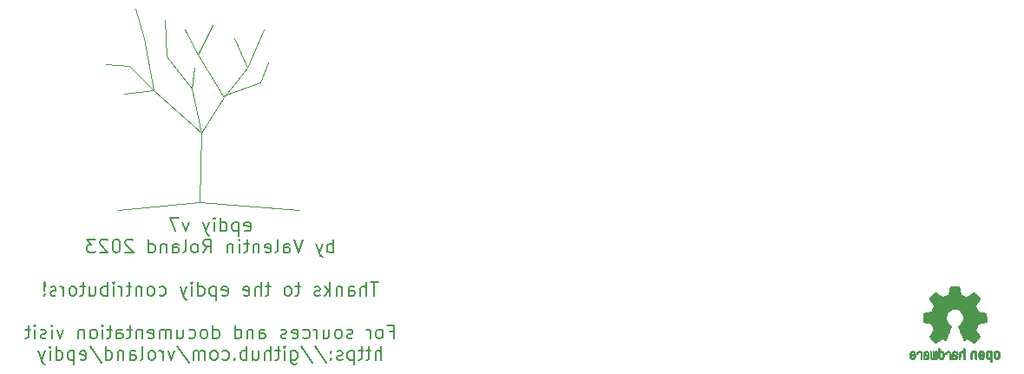
<source format=gbo>
%TF.GenerationSoftware,KiCad,Pcbnew,(6.0.11)*%
%TF.CreationDate,2023-02-05T23:01:50+01:00*%
%TF.ProjectId,epaper-breakout,65706170-6572-42d6-9272-65616b6f7574,rev?*%
%TF.SameCoordinates,Original*%
%TF.FileFunction,Legend,Bot*%
%TF.FilePolarity,Positive*%
%FSLAX46Y46*%
G04 Gerber Fmt 4.6, Leading zero omitted, Abs format (unit mm)*
G04 Created by KiCad (PCBNEW (6.0.11)) date 2023-02-05 23:01:50*
%MOMM*%
%LPD*%
G01*
G04 APERTURE LIST*
%ADD10C,0.100000*%
%ADD11C,0.150000*%
%ADD12C,0.010000*%
%ADD13C,2.200000*%
%ADD14C,0.508000*%
%ADD15R,1.700000X1.700000*%
%ADD16O,1.700000X1.700000*%
%ADD17C,0.650000*%
%ADD18O,1.600000X1.000000*%
%ADD19O,2.100000X1.000000*%
G04 APERTURE END LIST*
D10*
X46528002Y-33257997D02*
X44008004Y-29118001D01*
X48868000Y-30378000D02*
X50487998Y-26598003D01*
X38788009Y-27498002D02*
X37888010Y-24618005D01*
X43468005Y-32357998D02*
X40948007Y-29298001D01*
X50127999Y-31817998D02*
X50847998Y-29838000D01*
X39688008Y-32537998D02*
X38788009Y-27498002D01*
X46528002Y-33077997D02*
X50127999Y-31817998D01*
X44188004Y-43517987D02*
X44368004Y-36677994D01*
X39688008Y-32537998D02*
X36808011Y-32897997D01*
X40948007Y-29298001D02*
X40768007Y-25698004D01*
X44368004Y-36677994D02*
X39688008Y-32537998D01*
X48868000Y-30378000D02*
X47608001Y-27498002D01*
X37348010Y-30198000D02*
X35008012Y-30018000D01*
X44008004Y-29118001D02*
X42748005Y-26598003D01*
X46528002Y-33257997D02*
X48868000Y-30378000D01*
X44188004Y-43517987D02*
X36268011Y-44237987D01*
X39688008Y-32537998D02*
X37348010Y-30198000D01*
X44008004Y-29118001D02*
X45448003Y-26238003D01*
X43468005Y-32357998D02*
X43648005Y-30378000D01*
X44368004Y-36677994D02*
X43468005Y-32357998D01*
X44188004Y-43517987D02*
X53907995Y-44237987D01*
X44368004Y-36677994D02*
X46528002Y-33257997D01*
D11*
X48592857Y-46247190D02*
X48716666Y-46309095D01*
X48964285Y-46309095D01*
X49088095Y-46247190D01*
X49150000Y-46123380D01*
X49150000Y-45628142D01*
X49088095Y-45504333D01*
X48964285Y-45442428D01*
X48716666Y-45442428D01*
X48592857Y-45504333D01*
X48530952Y-45628142D01*
X48530952Y-45751952D01*
X49150000Y-45875761D01*
X47973809Y-45442428D02*
X47973809Y-46742428D01*
X47973809Y-45504333D02*
X47850000Y-45442428D01*
X47602380Y-45442428D01*
X47478571Y-45504333D01*
X47416666Y-45566238D01*
X47354761Y-45690047D01*
X47354761Y-46061476D01*
X47416666Y-46185285D01*
X47478571Y-46247190D01*
X47602380Y-46309095D01*
X47850000Y-46309095D01*
X47973809Y-46247190D01*
X46240476Y-46309095D02*
X46240476Y-45009095D01*
X46240476Y-46247190D02*
X46364285Y-46309095D01*
X46611904Y-46309095D01*
X46735714Y-46247190D01*
X46797619Y-46185285D01*
X46859523Y-46061476D01*
X46859523Y-45690047D01*
X46797619Y-45566238D01*
X46735714Y-45504333D01*
X46611904Y-45442428D01*
X46364285Y-45442428D01*
X46240476Y-45504333D01*
X45621428Y-46309095D02*
X45621428Y-45442428D01*
X45621428Y-45009095D02*
X45683333Y-45071000D01*
X45621428Y-45132904D01*
X45559523Y-45071000D01*
X45621428Y-45009095D01*
X45621428Y-45132904D01*
X45126190Y-45442428D02*
X44816666Y-46309095D01*
X44507142Y-45442428D02*
X44816666Y-46309095D01*
X44940476Y-46618619D01*
X45002380Y-46680523D01*
X45126190Y-46742428D01*
X43145238Y-45442428D02*
X42835714Y-46309095D01*
X42526190Y-45442428D01*
X42154761Y-45009095D02*
X41288095Y-45009095D01*
X41845238Y-46309095D01*
X57228571Y-48402095D02*
X57228571Y-47102095D01*
X57228571Y-47597333D02*
X57104761Y-47535428D01*
X56857142Y-47535428D01*
X56733333Y-47597333D01*
X56671428Y-47659238D01*
X56609523Y-47783047D01*
X56609523Y-48154476D01*
X56671428Y-48278285D01*
X56733333Y-48340190D01*
X56857142Y-48402095D01*
X57104761Y-48402095D01*
X57228571Y-48340190D01*
X56176190Y-47535428D02*
X55866666Y-48402095D01*
X55557142Y-47535428D02*
X55866666Y-48402095D01*
X55990476Y-48711619D01*
X56052380Y-48773523D01*
X56176190Y-48835428D01*
X54257142Y-47102095D02*
X53823809Y-48402095D01*
X53390476Y-47102095D01*
X52400000Y-48402095D02*
X52400000Y-47721142D01*
X52461904Y-47597333D01*
X52585714Y-47535428D01*
X52833333Y-47535428D01*
X52957142Y-47597333D01*
X52400000Y-48340190D02*
X52523809Y-48402095D01*
X52833333Y-48402095D01*
X52957142Y-48340190D01*
X53019047Y-48216380D01*
X53019047Y-48092571D01*
X52957142Y-47968761D01*
X52833333Y-47906857D01*
X52523809Y-47906857D01*
X52400000Y-47844952D01*
X51595238Y-48402095D02*
X51719047Y-48340190D01*
X51780952Y-48216380D01*
X51780952Y-47102095D01*
X50604761Y-48340190D02*
X50728571Y-48402095D01*
X50976190Y-48402095D01*
X51100000Y-48340190D01*
X51161904Y-48216380D01*
X51161904Y-47721142D01*
X51100000Y-47597333D01*
X50976190Y-47535428D01*
X50728571Y-47535428D01*
X50604761Y-47597333D01*
X50542857Y-47721142D01*
X50542857Y-47844952D01*
X51161904Y-47968761D01*
X49985714Y-47535428D02*
X49985714Y-48402095D01*
X49985714Y-47659238D02*
X49923809Y-47597333D01*
X49800000Y-47535428D01*
X49614285Y-47535428D01*
X49490476Y-47597333D01*
X49428571Y-47721142D01*
X49428571Y-48402095D01*
X48995238Y-47535428D02*
X48500000Y-47535428D01*
X48809523Y-47102095D02*
X48809523Y-48216380D01*
X48747619Y-48340190D01*
X48623809Y-48402095D01*
X48500000Y-48402095D01*
X48066666Y-48402095D02*
X48066666Y-47535428D01*
X48066666Y-47102095D02*
X48128571Y-47164000D01*
X48066666Y-47225904D01*
X48004761Y-47164000D01*
X48066666Y-47102095D01*
X48066666Y-47225904D01*
X47447619Y-47535428D02*
X47447619Y-48402095D01*
X47447619Y-47659238D02*
X47385714Y-47597333D01*
X47261904Y-47535428D01*
X47076190Y-47535428D01*
X46952380Y-47597333D01*
X46890476Y-47721142D01*
X46890476Y-48402095D01*
X44538095Y-48402095D02*
X44971428Y-47783047D01*
X45280952Y-48402095D02*
X45280952Y-47102095D01*
X44785714Y-47102095D01*
X44661904Y-47164000D01*
X44600000Y-47225904D01*
X44538095Y-47349714D01*
X44538095Y-47535428D01*
X44600000Y-47659238D01*
X44661904Y-47721142D01*
X44785714Y-47783047D01*
X45280952Y-47783047D01*
X43795238Y-48402095D02*
X43919047Y-48340190D01*
X43980952Y-48278285D01*
X44042857Y-48154476D01*
X44042857Y-47783047D01*
X43980952Y-47659238D01*
X43919047Y-47597333D01*
X43795238Y-47535428D01*
X43609523Y-47535428D01*
X43485714Y-47597333D01*
X43423809Y-47659238D01*
X43361904Y-47783047D01*
X43361904Y-48154476D01*
X43423809Y-48278285D01*
X43485714Y-48340190D01*
X43609523Y-48402095D01*
X43795238Y-48402095D01*
X42619047Y-48402095D02*
X42742857Y-48340190D01*
X42804761Y-48216380D01*
X42804761Y-47102095D01*
X41566666Y-48402095D02*
X41566666Y-47721142D01*
X41628571Y-47597333D01*
X41752380Y-47535428D01*
X42000000Y-47535428D01*
X42123809Y-47597333D01*
X41566666Y-48340190D02*
X41690476Y-48402095D01*
X42000000Y-48402095D01*
X42123809Y-48340190D01*
X42185714Y-48216380D01*
X42185714Y-48092571D01*
X42123809Y-47968761D01*
X42000000Y-47906857D01*
X41690476Y-47906857D01*
X41566666Y-47844952D01*
X40947619Y-47535428D02*
X40947619Y-48402095D01*
X40947619Y-47659238D02*
X40885714Y-47597333D01*
X40761904Y-47535428D01*
X40576190Y-47535428D01*
X40452380Y-47597333D01*
X40390476Y-47721142D01*
X40390476Y-48402095D01*
X39214285Y-48402095D02*
X39214285Y-47102095D01*
X39214285Y-48340190D02*
X39338095Y-48402095D01*
X39585714Y-48402095D01*
X39709523Y-48340190D01*
X39771428Y-48278285D01*
X39833333Y-48154476D01*
X39833333Y-47783047D01*
X39771428Y-47659238D01*
X39709523Y-47597333D01*
X39585714Y-47535428D01*
X39338095Y-47535428D01*
X39214285Y-47597333D01*
X37666666Y-47225904D02*
X37604761Y-47164000D01*
X37480952Y-47102095D01*
X37171428Y-47102095D01*
X37047619Y-47164000D01*
X36985714Y-47225904D01*
X36923809Y-47349714D01*
X36923809Y-47473523D01*
X36985714Y-47659238D01*
X37728571Y-48402095D01*
X36923809Y-48402095D01*
X36119047Y-47102095D02*
X35995238Y-47102095D01*
X35871428Y-47164000D01*
X35809523Y-47225904D01*
X35747619Y-47349714D01*
X35685714Y-47597333D01*
X35685714Y-47906857D01*
X35747619Y-48154476D01*
X35809523Y-48278285D01*
X35871428Y-48340190D01*
X35995238Y-48402095D01*
X36119047Y-48402095D01*
X36242857Y-48340190D01*
X36304761Y-48278285D01*
X36366666Y-48154476D01*
X36428571Y-47906857D01*
X36428571Y-47597333D01*
X36366666Y-47349714D01*
X36304761Y-47225904D01*
X36242857Y-47164000D01*
X36119047Y-47102095D01*
X35190476Y-47225904D02*
X35128571Y-47164000D01*
X35004761Y-47102095D01*
X34695238Y-47102095D01*
X34571428Y-47164000D01*
X34509523Y-47225904D01*
X34447619Y-47349714D01*
X34447619Y-47473523D01*
X34509523Y-47659238D01*
X35252380Y-48402095D01*
X34447619Y-48402095D01*
X34014285Y-47102095D02*
X33209523Y-47102095D01*
X33642857Y-47597333D01*
X33457142Y-47597333D01*
X33333333Y-47659238D01*
X33271428Y-47721142D01*
X33209523Y-47844952D01*
X33209523Y-48154476D01*
X33271428Y-48278285D01*
X33333333Y-48340190D01*
X33457142Y-48402095D01*
X33828571Y-48402095D01*
X33952380Y-48340190D01*
X34014285Y-48278285D01*
X61623809Y-51288095D02*
X60880952Y-51288095D01*
X61252380Y-52588095D02*
X61252380Y-51288095D01*
X60447619Y-52588095D02*
X60447619Y-51288095D01*
X59890476Y-52588095D02*
X59890476Y-51907142D01*
X59952380Y-51783333D01*
X60076190Y-51721428D01*
X60261904Y-51721428D01*
X60385714Y-51783333D01*
X60447619Y-51845238D01*
X58714285Y-52588095D02*
X58714285Y-51907142D01*
X58776190Y-51783333D01*
X58900000Y-51721428D01*
X59147619Y-51721428D01*
X59271428Y-51783333D01*
X58714285Y-52526190D02*
X58838095Y-52588095D01*
X59147619Y-52588095D01*
X59271428Y-52526190D01*
X59333333Y-52402380D01*
X59333333Y-52278571D01*
X59271428Y-52154761D01*
X59147619Y-52092857D01*
X58838095Y-52092857D01*
X58714285Y-52030952D01*
X58095238Y-51721428D02*
X58095238Y-52588095D01*
X58095238Y-51845238D02*
X58033333Y-51783333D01*
X57909523Y-51721428D01*
X57723809Y-51721428D01*
X57600000Y-51783333D01*
X57538095Y-51907142D01*
X57538095Y-52588095D01*
X56919047Y-52588095D02*
X56919047Y-51288095D01*
X56795238Y-52092857D02*
X56423809Y-52588095D01*
X56423809Y-51721428D02*
X56919047Y-52216666D01*
X55928571Y-52526190D02*
X55804761Y-52588095D01*
X55557142Y-52588095D01*
X55433333Y-52526190D01*
X55371428Y-52402380D01*
X55371428Y-52340476D01*
X55433333Y-52216666D01*
X55557142Y-52154761D01*
X55742857Y-52154761D01*
X55866666Y-52092857D01*
X55928571Y-51969047D01*
X55928571Y-51907142D01*
X55866666Y-51783333D01*
X55742857Y-51721428D01*
X55557142Y-51721428D01*
X55433333Y-51783333D01*
X54009523Y-51721428D02*
X53514285Y-51721428D01*
X53823809Y-51288095D02*
X53823809Y-52402380D01*
X53761904Y-52526190D01*
X53638095Y-52588095D01*
X53514285Y-52588095D01*
X52895238Y-52588095D02*
X53019047Y-52526190D01*
X53080952Y-52464285D01*
X53142857Y-52340476D01*
X53142857Y-51969047D01*
X53080952Y-51845238D01*
X53019047Y-51783333D01*
X52895238Y-51721428D01*
X52709523Y-51721428D01*
X52585714Y-51783333D01*
X52523809Y-51845238D01*
X52461904Y-51969047D01*
X52461904Y-52340476D01*
X52523809Y-52464285D01*
X52585714Y-52526190D01*
X52709523Y-52588095D01*
X52895238Y-52588095D01*
X51100000Y-51721428D02*
X50604761Y-51721428D01*
X50914285Y-51288095D02*
X50914285Y-52402380D01*
X50852380Y-52526190D01*
X50728571Y-52588095D01*
X50604761Y-52588095D01*
X50171428Y-52588095D02*
X50171428Y-51288095D01*
X49614285Y-52588095D02*
X49614285Y-51907142D01*
X49676190Y-51783333D01*
X49800000Y-51721428D01*
X49985714Y-51721428D01*
X50109523Y-51783333D01*
X50171428Y-51845238D01*
X48500000Y-52526190D02*
X48623809Y-52588095D01*
X48871428Y-52588095D01*
X48995238Y-52526190D01*
X49057142Y-52402380D01*
X49057142Y-51907142D01*
X48995238Y-51783333D01*
X48871428Y-51721428D01*
X48623809Y-51721428D01*
X48500000Y-51783333D01*
X48438095Y-51907142D01*
X48438095Y-52030952D01*
X49057142Y-52154761D01*
X46395238Y-52526190D02*
X46519047Y-52588095D01*
X46766666Y-52588095D01*
X46890476Y-52526190D01*
X46952380Y-52402380D01*
X46952380Y-51907142D01*
X46890476Y-51783333D01*
X46766666Y-51721428D01*
X46519047Y-51721428D01*
X46395238Y-51783333D01*
X46333333Y-51907142D01*
X46333333Y-52030952D01*
X46952380Y-52154761D01*
X45776190Y-51721428D02*
X45776190Y-53021428D01*
X45776190Y-51783333D02*
X45652380Y-51721428D01*
X45404761Y-51721428D01*
X45280952Y-51783333D01*
X45219047Y-51845238D01*
X45157142Y-51969047D01*
X45157142Y-52340476D01*
X45219047Y-52464285D01*
X45280952Y-52526190D01*
X45404761Y-52588095D01*
X45652380Y-52588095D01*
X45776190Y-52526190D01*
X44042857Y-52588095D02*
X44042857Y-51288095D01*
X44042857Y-52526190D02*
X44166666Y-52588095D01*
X44414285Y-52588095D01*
X44538095Y-52526190D01*
X44600000Y-52464285D01*
X44661904Y-52340476D01*
X44661904Y-51969047D01*
X44600000Y-51845238D01*
X44538095Y-51783333D01*
X44414285Y-51721428D01*
X44166666Y-51721428D01*
X44042857Y-51783333D01*
X43423809Y-52588095D02*
X43423809Y-51721428D01*
X43423809Y-51288095D02*
X43485714Y-51350000D01*
X43423809Y-51411904D01*
X43361904Y-51350000D01*
X43423809Y-51288095D01*
X43423809Y-51411904D01*
X42928571Y-51721428D02*
X42619047Y-52588095D01*
X42309523Y-51721428D02*
X42619047Y-52588095D01*
X42742857Y-52897619D01*
X42804761Y-52959523D01*
X42928571Y-53021428D01*
X40266666Y-52526190D02*
X40390476Y-52588095D01*
X40638095Y-52588095D01*
X40761904Y-52526190D01*
X40823809Y-52464285D01*
X40885714Y-52340476D01*
X40885714Y-51969047D01*
X40823809Y-51845238D01*
X40761904Y-51783333D01*
X40638095Y-51721428D01*
X40390476Y-51721428D01*
X40266666Y-51783333D01*
X39523809Y-52588095D02*
X39647619Y-52526190D01*
X39709523Y-52464285D01*
X39771428Y-52340476D01*
X39771428Y-51969047D01*
X39709523Y-51845238D01*
X39647619Y-51783333D01*
X39523809Y-51721428D01*
X39338095Y-51721428D01*
X39214285Y-51783333D01*
X39152380Y-51845238D01*
X39090476Y-51969047D01*
X39090476Y-52340476D01*
X39152380Y-52464285D01*
X39214285Y-52526190D01*
X39338095Y-52588095D01*
X39523809Y-52588095D01*
X38533333Y-51721428D02*
X38533333Y-52588095D01*
X38533333Y-51845238D02*
X38471428Y-51783333D01*
X38347619Y-51721428D01*
X38161904Y-51721428D01*
X38038095Y-51783333D01*
X37976190Y-51907142D01*
X37976190Y-52588095D01*
X37542857Y-51721428D02*
X37047619Y-51721428D01*
X37357142Y-51288095D02*
X37357142Y-52402380D01*
X37295238Y-52526190D01*
X37171428Y-52588095D01*
X37047619Y-52588095D01*
X36614285Y-52588095D02*
X36614285Y-51721428D01*
X36614285Y-51969047D02*
X36552380Y-51845238D01*
X36490476Y-51783333D01*
X36366666Y-51721428D01*
X36242857Y-51721428D01*
X35809523Y-52588095D02*
X35809523Y-51721428D01*
X35809523Y-51288095D02*
X35871428Y-51350000D01*
X35809523Y-51411904D01*
X35747619Y-51350000D01*
X35809523Y-51288095D01*
X35809523Y-51411904D01*
X35190476Y-52588095D02*
X35190476Y-51288095D01*
X35190476Y-51783333D02*
X35066666Y-51721428D01*
X34819047Y-51721428D01*
X34695238Y-51783333D01*
X34633333Y-51845238D01*
X34571428Y-51969047D01*
X34571428Y-52340476D01*
X34633333Y-52464285D01*
X34695238Y-52526190D01*
X34819047Y-52588095D01*
X35066666Y-52588095D01*
X35190476Y-52526190D01*
X33457142Y-51721428D02*
X33457142Y-52588095D01*
X34014285Y-51721428D02*
X34014285Y-52402380D01*
X33952380Y-52526190D01*
X33828571Y-52588095D01*
X33642857Y-52588095D01*
X33519047Y-52526190D01*
X33457142Y-52464285D01*
X33023809Y-51721428D02*
X32528571Y-51721428D01*
X32838095Y-51288095D02*
X32838095Y-52402380D01*
X32776190Y-52526190D01*
X32652380Y-52588095D01*
X32528571Y-52588095D01*
X31909523Y-52588095D02*
X32033333Y-52526190D01*
X32095238Y-52464285D01*
X32157142Y-52340476D01*
X32157142Y-51969047D01*
X32095238Y-51845238D01*
X32033333Y-51783333D01*
X31909523Y-51721428D01*
X31723809Y-51721428D01*
X31600000Y-51783333D01*
X31538095Y-51845238D01*
X31476190Y-51969047D01*
X31476190Y-52340476D01*
X31538095Y-52464285D01*
X31600000Y-52526190D01*
X31723809Y-52588095D01*
X31909523Y-52588095D01*
X30919047Y-52588095D02*
X30919047Y-51721428D01*
X30919047Y-51969047D02*
X30857142Y-51845238D01*
X30795238Y-51783333D01*
X30671428Y-51721428D01*
X30547619Y-51721428D01*
X30176190Y-52526190D02*
X30052380Y-52588095D01*
X29804761Y-52588095D01*
X29680952Y-52526190D01*
X29619047Y-52402380D01*
X29619047Y-52340476D01*
X29680952Y-52216666D01*
X29804761Y-52154761D01*
X29990476Y-52154761D01*
X30114285Y-52092857D01*
X30176190Y-51969047D01*
X30176190Y-51907142D01*
X30114285Y-51783333D01*
X29990476Y-51721428D01*
X29804761Y-51721428D01*
X29680952Y-51783333D01*
X29061904Y-52464285D02*
X29000000Y-52526190D01*
X29061904Y-52588095D01*
X29123809Y-52526190D01*
X29061904Y-52464285D01*
X29061904Y-52588095D01*
X29061904Y-52092857D02*
X29123809Y-51350000D01*
X29061904Y-51288095D01*
X29000000Y-51350000D01*
X29061904Y-52092857D01*
X29061904Y-51288095D01*
X62707142Y-56093142D02*
X63140476Y-56093142D01*
X63140476Y-56774095D02*
X63140476Y-55474095D01*
X62521428Y-55474095D01*
X61840476Y-56774095D02*
X61964285Y-56712190D01*
X62026190Y-56650285D01*
X62088095Y-56526476D01*
X62088095Y-56155047D01*
X62026190Y-56031238D01*
X61964285Y-55969333D01*
X61840476Y-55907428D01*
X61654761Y-55907428D01*
X61530952Y-55969333D01*
X61469047Y-56031238D01*
X61407142Y-56155047D01*
X61407142Y-56526476D01*
X61469047Y-56650285D01*
X61530952Y-56712190D01*
X61654761Y-56774095D01*
X61840476Y-56774095D01*
X60850000Y-56774095D02*
X60850000Y-55907428D01*
X60850000Y-56155047D02*
X60788095Y-56031238D01*
X60726190Y-55969333D01*
X60602380Y-55907428D01*
X60478571Y-55907428D01*
X59116666Y-56712190D02*
X58992857Y-56774095D01*
X58745238Y-56774095D01*
X58621428Y-56712190D01*
X58559523Y-56588380D01*
X58559523Y-56526476D01*
X58621428Y-56402666D01*
X58745238Y-56340761D01*
X58930952Y-56340761D01*
X59054761Y-56278857D01*
X59116666Y-56155047D01*
X59116666Y-56093142D01*
X59054761Y-55969333D01*
X58930952Y-55907428D01*
X58745238Y-55907428D01*
X58621428Y-55969333D01*
X57816666Y-56774095D02*
X57940476Y-56712190D01*
X58002380Y-56650285D01*
X58064285Y-56526476D01*
X58064285Y-56155047D01*
X58002380Y-56031238D01*
X57940476Y-55969333D01*
X57816666Y-55907428D01*
X57630952Y-55907428D01*
X57507142Y-55969333D01*
X57445238Y-56031238D01*
X57383333Y-56155047D01*
X57383333Y-56526476D01*
X57445238Y-56650285D01*
X57507142Y-56712190D01*
X57630952Y-56774095D01*
X57816666Y-56774095D01*
X56269047Y-55907428D02*
X56269047Y-56774095D01*
X56826190Y-55907428D02*
X56826190Y-56588380D01*
X56764285Y-56712190D01*
X56640476Y-56774095D01*
X56454761Y-56774095D01*
X56330952Y-56712190D01*
X56269047Y-56650285D01*
X55650000Y-56774095D02*
X55650000Y-55907428D01*
X55650000Y-56155047D02*
X55588095Y-56031238D01*
X55526190Y-55969333D01*
X55402380Y-55907428D01*
X55278571Y-55907428D01*
X54288095Y-56712190D02*
X54411904Y-56774095D01*
X54659523Y-56774095D01*
X54783333Y-56712190D01*
X54845238Y-56650285D01*
X54907142Y-56526476D01*
X54907142Y-56155047D01*
X54845238Y-56031238D01*
X54783333Y-55969333D01*
X54659523Y-55907428D01*
X54411904Y-55907428D01*
X54288095Y-55969333D01*
X53235714Y-56712190D02*
X53359523Y-56774095D01*
X53607142Y-56774095D01*
X53730952Y-56712190D01*
X53792857Y-56588380D01*
X53792857Y-56093142D01*
X53730952Y-55969333D01*
X53607142Y-55907428D01*
X53359523Y-55907428D01*
X53235714Y-55969333D01*
X53173809Y-56093142D01*
X53173809Y-56216952D01*
X53792857Y-56340761D01*
X52678571Y-56712190D02*
X52554761Y-56774095D01*
X52307142Y-56774095D01*
X52183333Y-56712190D01*
X52121428Y-56588380D01*
X52121428Y-56526476D01*
X52183333Y-56402666D01*
X52307142Y-56340761D01*
X52492857Y-56340761D01*
X52616666Y-56278857D01*
X52678571Y-56155047D01*
X52678571Y-56093142D01*
X52616666Y-55969333D01*
X52492857Y-55907428D01*
X52307142Y-55907428D01*
X52183333Y-55969333D01*
X50016666Y-56774095D02*
X50016666Y-56093142D01*
X50078571Y-55969333D01*
X50202380Y-55907428D01*
X50450000Y-55907428D01*
X50573809Y-55969333D01*
X50016666Y-56712190D02*
X50140476Y-56774095D01*
X50450000Y-56774095D01*
X50573809Y-56712190D01*
X50635714Y-56588380D01*
X50635714Y-56464571D01*
X50573809Y-56340761D01*
X50450000Y-56278857D01*
X50140476Y-56278857D01*
X50016666Y-56216952D01*
X49397619Y-55907428D02*
X49397619Y-56774095D01*
X49397619Y-56031238D02*
X49335714Y-55969333D01*
X49211904Y-55907428D01*
X49026190Y-55907428D01*
X48902380Y-55969333D01*
X48840476Y-56093142D01*
X48840476Y-56774095D01*
X47664285Y-56774095D02*
X47664285Y-55474095D01*
X47664285Y-56712190D02*
X47788095Y-56774095D01*
X48035714Y-56774095D01*
X48159523Y-56712190D01*
X48221428Y-56650285D01*
X48283333Y-56526476D01*
X48283333Y-56155047D01*
X48221428Y-56031238D01*
X48159523Y-55969333D01*
X48035714Y-55907428D01*
X47788095Y-55907428D01*
X47664285Y-55969333D01*
X45497619Y-56774095D02*
X45497619Y-55474095D01*
X45497619Y-56712190D02*
X45621428Y-56774095D01*
X45869047Y-56774095D01*
X45992857Y-56712190D01*
X46054761Y-56650285D01*
X46116666Y-56526476D01*
X46116666Y-56155047D01*
X46054761Y-56031238D01*
X45992857Y-55969333D01*
X45869047Y-55907428D01*
X45621428Y-55907428D01*
X45497619Y-55969333D01*
X44692857Y-56774095D02*
X44816666Y-56712190D01*
X44878571Y-56650285D01*
X44940476Y-56526476D01*
X44940476Y-56155047D01*
X44878571Y-56031238D01*
X44816666Y-55969333D01*
X44692857Y-55907428D01*
X44507142Y-55907428D01*
X44383333Y-55969333D01*
X44321428Y-56031238D01*
X44259523Y-56155047D01*
X44259523Y-56526476D01*
X44321428Y-56650285D01*
X44383333Y-56712190D01*
X44507142Y-56774095D01*
X44692857Y-56774095D01*
X43145238Y-56712190D02*
X43269047Y-56774095D01*
X43516666Y-56774095D01*
X43640476Y-56712190D01*
X43702380Y-56650285D01*
X43764285Y-56526476D01*
X43764285Y-56155047D01*
X43702380Y-56031238D01*
X43640476Y-55969333D01*
X43516666Y-55907428D01*
X43269047Y-55907428D01*
X43145238Y-55969333D01*
X42030952Y-55907428D02*
X42030952Y-56774095D01*
X42588095Y-55907428D02*
X42588095Y-56588380D01*
X42526190Y-56712190D01*
X42402380Y-56774095D01*
X42216666Y-56774095D01*
X42092857Y-56712190D01*
X42030952Y-56650285D01*
X41411904Y-56774095D02*
X41411904Y-55907428D01*
X41411904Y-56031238D02*
X41350000Y-55969333D01*
X41226190Y-55907428D01*
X41040476Y-55907428D01*
X40916666Y-55969333D01*
X40854761Y-56093142D01*
X40854761Y-56774095D01*
X40854761Y-56093142D02*
X40792857Y-55969333D01*
X40669047Y-55907428D01*
X40483333Y-55907428D01*
X40359523Y-55969333D01*
X40297619Y-56093142D01*
X40297619Y-56774095D01*
X39183333Y-56712190D02*
X39307142Y-56774095D01*
X39554761Y-56774095D01*
X39678571Y-56712190D01*
X39740476Y-56588380D01*
X39740476Y-56093142D01*
X39678571Y-55969333D01*
X39554761Y-55907428D01*
X39307142Y-55907428D01*
X39183333Y-55969333D01*
X39121428Y-56093142D01*
X39121428Y-56216952D01*
X39740476Y-56340761D01*
X38564285Y-55907428D02*
X38564285Y-56774095D01*
X38564285Y-56031238D02*
X38502380Y-55969333D01*
X38378571Y-55907428D01*
X38192857Y-55907428D01*
X38069047Y-55969333D01*
X38007142Y-56093142D01*
X38007142Y-56774095D01*
X37573809Y-55907428D02*
X37078571Y-55907428D01*
X37388095Y-55474095D02*
X37388095Y-56588380D01*
X37326190Y-56712190D01*
X37202380Y-56774095D01*
X37078571Y-56774095D01*
X36088095Y-56774095D02*
X36088095Y-56093142D01*
X36150000Y-55969333D01*
X36273809Y-55907428D01*
X36521428Y-55907428D01*
X36645238Y-55969333D01*
X36088095Y-56712190D02*
X36211904Y-56774095D01*
X36521428Y-56774095D01*
X36645238Y-56712190D01*
X36707142Y-56588380D01*
X36707142Y-56464571D01*
X36645238Y-56340761D01*
X36521428Y-56278857D01*
X36211904Y-56278857D01*
X36088095Y-56216952D01*
X35654761Y-55907428D02*
X35159523Y-55907428D01*
X35469047Y-55474095D02*
X35469047Y-56588380D01*
X35407142Y-56712190D01*
X35283333Y-56774095D01*
X35159523Y-56774095D01*
X34726190Y-56774095D02*
X34726190Y-55907428D01*
X34726190Y-55474095D02*
X34788095Y-55536000D01*
X34726190Y-55597904D01*
X34664285Y-55536000D01*
X34726190Y-55474095D01*
X34726190Y-55597904D01*
X33921428Y-56774095D02*
X34045238Y-56712190D01*
X34107142Y-56650285D01*
X34169047Y-56526476D01*
X34169047Y-56155047D01*
X34107142Y-56031238D01*
X34045238Y-55969333D01*
X33921428Y-55907428D01*
X33735714Y-55907428D01*
X33611904Y-55969333D01*
X33550000Y-56031238D01*
X33488095Y-56155047D01*
X33488095Y-56526476D01*
X33550000Y-56650285D01*
X33611904Y-56712190D01*
X33735714Y-56774095D01*
X33921428Y-56774095D01*
X32930952Y-55907428D02*
X32930952Y-56774095D01*
X32930952Y-56031238D02*
X32869047Y-55969333D01*
X32745238Y-55907428D01*
X32559523Y-55907428D01*
X32435714Y-55969333D01*
X32373809Y-56093142D01*
X32373809Y-56774095D01*
X30888095Y-55907428D02*
X30578571Y-56774095D01*
X30269047Y-55907428D01*
X29773809Y-56774095D02*
X29773809Y-55907428D01*
X29773809Y-55474095D02*
X29835714Y-55536000D01*
X29773809Y-55597904D01*
X29711904Y-55536000D01*
X29773809Y-55474095D01*
X29773809Y-55597904D01*
X29216666Y-56712190D02*
X29092857Y-56774095D01*
X28845238Y-56774095D01*
X28721428Y-56712190D01*
X28659523Y-56588380D01*
X28659523Y-56526476D01*
X28721428Y-56402666D01*
X28845238Y-56340761D01*
X29030952Y-56340761D01*
X29154761Y-56278857D01*
X29216666Y-56155047D01*
X29216666Y-56093142D01*
X29154761Y-55969333D01*
X29030952Y-55907428D01*
X28845238Y-55907428D01*
X28721428Y-55969333D01*
X28102380Y-56774095D02*
X28102380Y-55907428D01*
X28102380Y-55474095D02*
X28164285Y-55536000D01*
X28102380Y-55597904D01*
X28040476Y-55536000D01*
X28102380Y-55474095D01*
X28102380Y-55597904D01*
X27669047Y-55907428D02*
X27173809Y-55907428D01*
X27483333Y-55474095D02*
X27483333Y-56588380D01*
X27421428Y-56712190D01*
X27297619Y-56774095D01*
X27173809Y-56774095D01*
X61902380Y-58867095D02*
X61902380Y-57567095D01*
X61345238Y-58867095D02*
X61345238Y-58186142D01*
X61407142Y-58062333D01*
X61530952Y-58000428D01*
X61716666Y-58000428D01*
X61840476Y-58062333D01*
X61902380Y-58124238D01*
X60911904Y-58000428D02*
X60416666Y-58000428D01*
X60726190Y-57567095D02*
X60726190Y-58681380D01*
X60664285Y-58805190D01*
X60540476Y-58867095D01*
X60416666Y-58867095D01*
X60169047Y-58000428D02*
X59673809Y-58000428D01*
X59983333Y-57567095D02*
X59983333Y-58681380D01*
X59921428Y-58805190D01*
X59797619Y-58867095D01*
X59673809Y-58867095D01*
X59240476Y-58000428D02*
X59240476Y-59300428D01*
X59240476Y-58062333D02*
X59116666Y-58000428D01*
X58869047Y-58000428D01*
X58745238Y-58062333D01*
X58683333Y-58124238D01*
X58621428Y-58248047D01*
X58621428Y-58619476D01*
X58683333Y-58743285D01*
X58745238Y-58805190D01*
X58869047Y-58867095D01*
X59116666Y-58867095D01*
X59240476Y-58805190D01*
X58126190Y-58805190D02*
X58002380Y-58867095D01*
X57754761Y-58867095D01*
X57630952Y-58805190D01*
X57569047Y-58681380D01*
X57569047Y-58619476D01*
X57630952Y-58495666D01*
X57754761Y-58433761D01*
X57940476Y-58433761D01*
X58064285Y-58371857D01*
X58126190Y-58248047D01*
X58126190Y-58186142D01*
X58064285Y-58062333D01*
X57940476Y-58000428D01*
X57754761Y-58000428D01*
X57630952Y-58062333D01*
X57011904Y-58743285D02*
X56950000Y-58805190D01*
X57011904Y-58867095D01*
X57073809Y-58805190D01*
X57011904Y-58743285D01*
X57011904Y-58867095D01*
X57011904Y-58062333D02*
X56950000Y-58124238D01*
X57011904Y-58186142D01*
X57073809Y-58124238D01*
X57011904Y-58062333D01*
X57011904Y-58186142D01*
X55464285Y-57505190D02*
X56578571Y-59176619D01*
X54102380Y-57505190D02*
X55216666Y-59176619D01*
X53111904Y-58000428D02*
X53111904Y-59052809D01*
X53173809Y-59176619D01*
X53235714Y-59238523D01*
X53359523Y-59300428D01*
X53545238Y-59300428D01*
X53669047Y-59238523D01*
X53111904Y-58805190D02*
X53235714Y-58867095D01*
X53483333Y-58867095D01*
X53607142Y-58805190D01*
X53669047Y-58743285D01*
X53730952Y-58619476D01*
X53730952Y-58248047D01*
X53669047Y-58124238D01*
X53607142Y-58062333D01*
X53483333Y-58000428D01*
X53235714Y-58000428D01*
X53111904Y-58062333D01*
X52492857Y-58867095D02*
X52492857Y-58000428D01*
X52492857Y-57567095D02*
X52554761Y-57629000D01*
X52492857Y-57690904D01*
X52430952Y-57629000D01*
X52492857Y-57567095D01*
X52492857Y-57690904D01*
X52059523Y-58000428D02*
X51564285Y-58000428D01*
X51873809Y-57567095D02*
X51873809Y-58681380D01*
X51811904Y-58805190D01*
X51688095Y-58867095D01*
X51564285Y-58867095D01*
X51130952Y-58867095D02*
X51130952Y-57567095D01*
X50573809Y-58867095D02*
X50573809Y-58186142D01*
X50635714Y-58062333D01*
X50759523Y-58000428D01*
X50945238Y-58000428D01*
X51069047Y-58062333D01*
X51130952Y-58124238D01*
X49397619Y-58000428D02*
X49397619Y-58867095D01*
X49954761Y-58000428D02*
X49954761Y-58681380D01*
X49892857Y-58805190D01*
X49769047Y-58867095D01*
X49583333Y-58867095D01*
X49459523Y-58805190D01*
X49397619Y-58743285D01*
X48778571Y-58867095D02*
X48778571Y-57567095D01*
X48778571Y-58062333D02*
X48654761Y-58000428D01*
X48407142Y-58000428D01*
X48283333Y-58062333D01*
X48221428Y-58124238D01*
X48159523Y-58248047D01*
X48159523Y-58619476D01*
X48221428Y-58743285D01*
X48283333Y-58805190D01*
X48407142Y-58867095D01*
X48654761Y-58867095D01*
X48778571Y-58805190D01*
X47602380Y-58743285D02*
X47540476Y-58805190D01*
X47602380Y-58867095D01*
X47664285Y-58805190D01*
X47602380Y-58743285D01*
X47602380Y-58867095D01*
X46426190Y-58805190D02*
X46550000Y-58867095D01*
X46797619Y-58867095D01*
X46921428Y-58805190D01*
X46983333Y-58743285D01*
X47045238Y-58619476D01*
X47045238Y-58248047D01*
X46983333Y-58124238D01*
X46921428Y-58062333D01*
X46797619Y-58000428D01*
X46550000Y-58000428D01*
X46426190Y-58062333D01*
X45683333Y-58867095D02*
X45807142Y-58805190D01*
X45869047Y-58743285D01*
X45930952Y-58619476D01*
X45930952Y-58248047D01*
X45869047Y-58124238D01*
X45807142Y-58062333D01*
X45683333Y-58000428D01*
X45497619Y-58000428D01*
X45373809Y-58062333D01*
X45311904Y-58124238D01*
X45250000Y-58248047D01*
X45250000Y-58619476D01*
X45311904Y-58743285D01*
X45373809Y-58805190D01*
X45497619Y-58867095D01*
X45683333Y-58867095D01*
X44692857Y-58867095D02*
X44692857Y-58000428D01*
X44692857Y-58124238D02*
X44630952Y-58062333D01*
X44507142Y-58000428D01*
X44321428Y-58000428D01*
X44197619Y-58062333D01*
X44135714Y-58186142D01*
X44135714Y-58867095D01*
X44135714Y-58186142D02*
X44073809Y-58062333D01*
X43950000Y-58000428D01*
X43764285Y-58000428D01*
X43640476Y-58062333D01*
X43578571Y-58186142D01*
X43578571Y-58867095D01*
X42030952Y-57505190D02*
X43145238Y-59176619D01*
X41721428Y-58000428D02*
X41411904Y-58867095D01*
X41102380Y-58000428D01*
X40607142Y-58867095D02*
X40607142Y-58000428D01*
X40607142Y-58248047D02*
X40545238Y-58124238D01*
X40483333Y-58062333D01*
X40359523Y-58000428D01*
X40235714Y-58000428D01*
X39616666Y-58867095D02*
X39740476Y-58805190D01*
X39802380Y-58743285D01*
X39864285Y-58619476D01*
X39864285Y-58248047D01*
X39802380Y-58124238D01*
X39740476Y-58062333D01*
X39616666Y-58000428D01*
X39430952Y-58000428D01*
X39307142Y-58062333D01*
X39245238Y-58124238D01*
X39183333Y-58248047D01*
X39183333Y-58619476D01*
X39245238Y-58743285D01*
X39307142Y-58805190D01*
X39430952Y-58867095D01*
X39616666Y-58867095D01*
X38440476Y-58867095D02*
X38564285Y-58805190D01*
X38626190Y-58681380D01*
X38626190Y-57567095D01*
X37388095Y-58867095D02*
X37388095Y-58186142D01*
X37450000Y-58062333D01*
X37573809Y-58000428D01*
X37821428Y-58000428D01*
X37945238Y-58062333D01*
X37388095Y-58805190D02*
X37511904Y-58867095D01*
X37821428Y-58867095D01*
X37945238Y-58805190D01*
X38007142Y-58681380D01*
X38007142Y-58557571D01*
X37945238Y-58433761D01*
X37821428Y-58371857D01*
X37511904Y-58371857D01*
X37388095Y-58309952D01*
X36769047Y-58000428D02*
X36769047Y-58867095D01*
X36769047Y-58124238D02*
X36707142Y-58062333D01*
X36583333Y-58000428D01*
X36397619Y-58000428D01*
X36273809Y-58062333D01*
X36211904Y-58186142D01*
X36211904Y-58867095D01*
X35035714Y-58867095D02*
X35035714Y-57567095D01*
X35035714Y-58805190D02*
X35159523Y-58867095D01*
X35407142Y-58867095D01*
X35530952Y-58805190D01*
X35592857Y-58743285D01*
X35654761Y-58619476D01*
X35654761Y-58248047D01*
X35592857Y-58124238D01*
X35530952Y-58062333D01*
X35407142Y-58000428D01*
X35159523Y-58000428D01*
X35035714Y-58062333D01*
X33488095Y-57505190D02*
X34602380Y-59176619D01*
X32559523Y-58805190D02*
X32683333Y-58867095D01*
X32930952Y-58867095D01*
X33054761Y-58805190D01*
X33116666Y-58681380D01*
X33116666Y-58186142D01*
X33054761Y-58062333D01*
X32930952Y-58000428D01*
X32683333Y-58000428D01*
X32559523Y-58062333D01*
X32497619Y-58186142D01*
X32497619Y-58309952D01*
X33116666Y-58433761D01*
X31940476Y-58000428D02*
X31940476Y-59300428D01*
X31940476Y-58062333D02*
X31816666Y-58000428D01*
X31569047Y-58000428D01*
X31445238Y-58062333D01*
X31383333Y-58124238D01*
X31321428Y-58248047D01*
X31321428Y-58619476D01*
X31383333Y-58743285D01*
X31445238Y-58805190D01*
X31569047Y-58867095D01*
X31816666Y-58867095D01*
X31940476Y-58805190D01*
X30207142Y-58867095D02*
X30207142Y-57567095D01*
X30207142Y-58805190D02*
X30330952Y-58867095D01*
X30578571Y-58867095D01*
X30702380Y-58805190D01*
X30764285Y-58743285D01*
X30826190Y-58619476D01*
X30826190Y-58248047D01*
X30764285Y-58124238D01*
X30702380Y-58062333D01*
X30578571Y-58000428D01*
X30330952Y-58000428D01*
X30207142Y-58062333D01*
X29588095Y-58867095D02*
X29588095Y-58000428D01*
X29588095Y-57567095D02*
X29650000Y-57629000D01*
X29588095Y-57690904D01*
X29526190Y-57629000D01*
X29588095Y-57567095D01*
X29588095Y-57690904D01*
X29092857Y-58000428D02*
X28783333Y-58867095D01*
X28473809Y-58000428D02*
X28783333Y-58867095D01*
X28907142Y-59176619D01*
X28969047Y-59238523D01*
X29092857Y-59300428D01*
G36*
X121505763Y-58620269D02*
G01*
X121506300Y-58663802D01*
X121508019Y-58809344D01*
X121508365Y-58920711D01*
X121506277Y-59001804D01*
X121500698Y-59056522D01*
X121490567Y-59088761D01*
X121474826Y-59102422D01*
X121452417Y-59101403D01*
X121422280Y-59089603D01*
X121383355Y-59070920D01*
X121375038Y-59066933D01*
X121340402Y-59047419D01*
X121322314Y-59024202D01*
X121315392Y-58985492D01*
X121314256Y-58919497D01*
X121314205Y-58801000D01*
X121192141Y-58801000D01*
X121117055Y-58797712D01*
X121058015Y-58784377D01*
X121008986Y-58757423D01*
X121005330Y-58754788D01*
X120955581Y-58710286D01*
X120920959Y-58656523D01*
X120899123Y-58586154D01*
X120887737Y-58491830D01*
X120884959Y-58385271D01*
X121079846Y-58385271D01*
X121079880Y-58403131D01*
X121081735Y-58483748D01*
X121087693Y-58536447D01*
X121099506Y-58570668D01*
X121118923Y-58595846D01*
X121120133Y-58597049D01*
X121167858Y-58629628D01*
X121214110Y-58626417D01*
X121266350Y-58586965D01*
X121279128Y-58573482D01*
X121297949Y-58545837D01*
X121308562Y-58509880D01*
X121313252Y-58455364D01*
X121314308Y-58372042D01*
X121313394Y-58321598D01*
X121303477Y-58229857D01*
X121280842Y-58169752D01*
X121243238Y-58136900D01*
X121188416Y-58126923D01*
X121165317Y-58129050D01*
X121125350Y-58150147D01*
X121098926Y-58197161D01*
X121084330Y-58274175D01*
X121079846Y-58385271D01*
X120884959Y-58385271D01*
X120884462Y-58366206D01*
X120885187Y-58274536D01*
X120888490Y-58205098D01*
X120895828Y-58156945D01*
X120908655Y-58120866D01*
X120928423Y-58087648D01*
X120946569Y-58062261D01*
X121012461Y-57993727D01*
X121087114Y-57956505D01*
X121180904Y-57944722D01*
X121288240Y-57956467D01*
X121381031Y-57998595D01*
X121454421Y-58072898D01*
X121459954Y-58080764D01*
X121472857Y-58101668D01*
X121482742Y-58125555D01*
X121490093Y-58157582D01*
X121495394Y-58202905D01*
X121499127Y-58266679D01*
X121501778Y-58354060D01*
X121502096Y-58372042D01*
X121503828Y-58470205D01*
X121505763Y-58620269D01*
G37*
D12*
X121505763Y-58620269D02*
X121506300Y-58663802D01*
X121508019Y-58809344D01*
X121508365Y-58920711D01*
X121506277Y-59001804D01*
X121500698Y-59056522D01*
X121490567Y-59088761D01*
X121474826Y-59102422D01*
X121452417Y-59101403D01*
X121422280Y-59089603D01*
X121383355Y-59070920D01*
X121375038Y-59066933D01*
X121340402Y-59047419D01*
X121322314Y-59024202D01*
X121315392Y-58985492D01*
X121314256Y-58919497D01*
X121314205Y-58801000D01*
X121192141Y-58801000D01*
X121117055Y-58797712D01*
X121058015Y-58784377D01*
X121008986Y-58757423D01*
X121005330Y-58754788D01*
X120955581Y-58710286D01*
X120920959Y-58656523D01*
X120899123Y-58586154D01*
X120887737Y-58491830D01*
X120884959Y-58385271D01*
X121079846Y-58385271D01*
X121079880Y-58403131D01*
X121081735Y-58483748D01*
X121087693Y-58536447D01*
X121099506Y-58570668D01*
X121118923Y-58595846D01*
X121120133Y-58597049D01*
X121167858Y-58629628D01*
X121214110Y-58626417D01*
X121266350Y-58586965D01*
X121279128Y-58573482D01*
X121297949Y-58545837D01*
X121308562Y-58509880D01*
X121313252Y-58455364D01*
X121314308Y-58372042D01*
X121313394Y-58321598D01*
X121303477Y-58229857D01*
X121280842Y-58169752D01*
X121243238Y-58136900D01*
X121188416Y-58126923D01*
X121165317Y-58129050D01*
X121125350Y-58150147D01*
X121098926Y-58197161D01*
X121084330Y-58274175D01*
X121079846Y-58385271D01*
X120884959Y-58385271D01*
X120884462Y-58366206D01*
X120885187Y-58274536D01*
X120888490Y-58205098D01*
X120895828Y-58156945D01*
X120908655Y-58120866D01*
X120928423Y-58087648D01*
X120946569Y-58062261D01*
X121012461Y-57993727D01*
X121087114Y-57956505D01*
X121180904Y-57944722D01*
X121288240Y-57956467D01*
X121381031Y-57998595D01*
X121454421Y-58072898D01*
X121459954Y-58080764D01*
X121472857Y-58101668D01*
X121482742Y-58125555D01*
X121490093Y-58157582D01*
X121495394Y-58202905D01*
X121499127Y-58266679D01*
X121501778Y-58354060D01*
X121502096Y-58372042D01*
X121503828Y-58470205D01*
X121505763Y-58620269D01*
G36*
X118832923Y-57753806D02*
G01*
X118832923Y-58288455D01*
X118832660Y-58427094D01*
X118831958Y-58551805D01*
X118830883Y-58657557D01*
X118829500Y-58739322D01*
X118827874Y-58792069D01*
X118826070Y-58810769D01*
X118825364Y-58810706D01*
X118801387Y-58803912D01*
X118757685Y-58789320D01*
X118696154Y-58767870D01*
X118696154Y-58492617D01*
X118695763Y-58384466D01*
X118693946Y-58306026D01*
X118689767Y-58252647D01*
X118682286Y-58217256D01*
X118670567Y-58192779D01*
X118653671Y-58172144D01*
X118642152Y-58161170D01*
X118579864Y-58130775D01*
X118511211Y-58133466D01*
X118448298Y-58169406D01*
X118439139Y-58178325D01*
X118424471Y-58196844D01*
X118414433Y-58221326D01*
X118408151Y-58258393D01*
X118404748Y-58314667D01*
X118403349Y-58396771D01*
X118403077Y-58511329D01*
X118402947Y-58569430D01*
X118402099Y-58664993D01*
X118400594Y-58741526D01*
X118398585Y-58792345D01*
X118396223Y-58810769D01*
X118395518Y-58810706D01*
X118371541Y-58803912D01*
X118327839Y-58789320D01*
X118266308Y-58767870D01*
X118266338Y-58491358D01*
X118266384Y-58466742D01*
X118268970Y-58338419D01*
X118276913Y-58241384D01*
X118292155Y-58169057D01*
X118316636Y-58114855D01*
X118352298Y-58072198D01*
X118401082Y-58034505D01*
X118448661Y-58010910D01*
X118524732Y-57992672D01*
X118599556Y-57991636D01*
X118657077Y-58009378D01*
X118661402Y-58011829D01*
X118674738Y-58011566D01*
X118683851Y-57991039D01*
X118690428Y-57943980D01*
X118696154Y-57864120D01*
X118705923Y-57700236D01*
X118832923Y-57753806D01*
G37*
X118832923Y-57753806D02*
X118832923Y-58288455D01*
X118832660Y-58427094D01*
X118831958Y-58551805D01*
X118830883Y-58657557D01*
X118829500Y-58739322D01*
X118827874Y-58792069D01*
X118826070Y-58810769D01*
X118825364Y-58810706D01*
X118801387Y-58803912D01*
X118757685Y-58789320D01*
X118696154Y-58767870D01*
X118696154Y-58492617D01*
X118695763Y-58384466D01*
X118693946Y-58306026D01*
X118689767Y-58252647D01*
X118682286Y-58217256D01*
X118670567Y-58192779D01*
X118653671Y-58172144D01*
X118642152Y-58161170D01*
X118579864Y-58130775D01*
X118511211Y-58133466D01*
X118448298Y-58169406D01*
X118439139Y-58178325D01*
X118424471Y-58196844D01*
X118414433Y-58221326D01*
X118408151Y-58258393D01*
X118404748Y-58314667D01*
X118403349Y-58396771D01*
X118403077Y-58511329D01*
X118402947Y-58569430D01*
X118402099Y-58664993D01*
X118400594Y-58741526D01*
X118398585Y-58792345D01*
X118396223Y-58810769D01*
X118395518Y-58810706D01*
X118371541Y-58803912D01*
X118327839Y-58789320D01*
X118266308Y-58767870D01*
X118266338Y-58491358D01*
X118266384Y-58466742D01*
X118268970Y-58338419D01*
X118276913Y-58241384D01*
X118292155Y-58169057D01*
X118316636Y-58114855D01*
X118352298Y-58072198D01*
X118401082Y-58034505D01*
X118448661Y-58010910D01*
X118524732Y-57992672D01*
X118599556Y-57991636D01*
X118657077Y-58009378D01*
X118661402Y-58011829D01*
X118674738Y-58011566D01*
X118683851Y-57991039D01*
X118690428Y-57943980D01*
X118696154Y-57864120D01*
X118705923Y-57700236D01*
X118832923Y-57753806D01*
G36*
X122252135Y-58402105D02*
G01*
X122251076Y-58496584D01*
X122247436Y-58562414D01*
X122239892Y-58608394D01*
X122227122Y-58643321D01*
X122207803Y-58675995D01*
X122203050Y-58682775D01*
X122152759Y-58736231D01*
X122095457Y-58776547D01*
X122066032Y-58789629D01*
X121960299Y-58811450D01*
X121855734Y-58797336D01*
X121759368Y-58749105D01*
X121678235Y-58668579D01*
X121671385Y-58657791D01*
X121649097Y-58595153D01*
X121634079Y-58507935D01*
X121626792Y-58407210D01*
X121627611Y-58314037D01*
X121824796Y-58314037D01*
X121826349Y-58443114D01*
X121826974Y-58451420D01*
X121836077Y-58522643D01*
X121852288Y-58567809D01*
X121879660Y-58598752D01*
X121925553Y-58627737D01*
X121970942Y-58629261D01*
X122017692Y-58595846D01*
X122025824Y-58587053D01*
X122041754Y-58560741D01*
X122051159Y-58522520D01*
X122055632Y-58463349D01*
X122056769Y-58374182D01*
X122054822Y-58290664D01*
X122045105Y-58211095D01*
X122025047Y-58160808D01*
X121992240Y-58134513D01*
X121944280Y-58126923D01*
X121926016Y-58128432D01*
X121874848Y-58156107D01*
X121841035Y-58218172D01*
X121824796Y-58314037D01*
X121627611Y-58314037D01*
X121627699Y-58304052D01*
X121637262Y-58209533D01*
X121655943Y-58134727D01*
X121679951Y-58084905D01*
X121747536Y-58007409D01*
X121839114Y-57959256D01*
X121951213Y-57942703D01*
X121981151Y-57943599D01*
X122069315Y-57961929D01*
X122141733Y-58008104D01*
X122208192Y-58087648D01*
X122212147Y-58093548D01*
X122230040Y-58125288D01*
X122241678Y-58161163D01*
X122248371Y-58209906D01*
X122251426Y-58280249D01*
X122252106Y-58374182D01*
X122252154Y-58380923D01*
X122252135Y-58402105D01*
G37*
X122252135Y-58402105D02*
X122251076Y-58496584D01*
X122247436Y-58562414D01*
X122239892Y-58608394D01*
X122227122Y-58643321D01*
X122207803Y-58675995D01*
X122203050Y-58682775D01*
X122152759Y-58736231D01*
X122095457Y-58776547D01*
X122066032Y-58789629D01*
X121960299Y-58811450D01*
X121855734Y-58797336D01*
X121759368Y-58749105D01*
X121678235Y-58668579D01*
X121671385Y-58657791D01*
X121649097Y-58595153D01*
X121634079Y-58507935D01*
X121626792Y-58407210D01*
X121627611Y-58314037D01*
X121824796Y-58314037D01*
X121826349Y-58443114D01*
X121826974Y-58451420D01*
X121836077Y-58522643D01*
X121852288Y-58567809D01*
X121879660Y-58598752D01*
X121925553Y-58627737D01*
X121970942Y-58629261D01*
X122017692Y-58595846D01*
X122025824Y-58587053D01*
X122041754Y-58560741D01*
X122051159Y-58522520D01*
X122055632Y-58463349D01*
X122056769Y-58374182D01*
X122054822Y-58290664D01*
X122045105Y-58211095D01*
X122025047Y-58160808D01*
X121992240Y-58134513D01*
X121944280Y-58126923D01*
X121926016Y-58128432D01*
X121874848Y-58156107D01*
X121841035Y-58218172D01*
X121824796Y-58314037D01*
X121627611Y-58314037D01*
X121627699Y-58304052D01*
X121637262Y-58209533D01*
X121655943Y-58134727D01*
X121679951Y-58084905D01*
X121747536Y-58007409D01*
X121839114Y-57959256D01*
X121951213Y-57942703D01*
X121981151Y-57943599D01*
X122069315Y-57961929D01*
X122141733Y-58008104D01*
X122208192Y-58087648D01*
X122212147Y-58093548D01*
X122230040Y-58125288D01*
X122241678Y-58161163D01*
X122248371Y-58209906D01*
X122251426Y-58280249D01*
X122252106Y-58374182D01*
X122252154Y-58380923D01*
X122252135Y-58402105D01*
G36*
X120760574Y-58473643D02*
G01*
X120757066Y-58505021D01*
X120730927Y-58616705D01*
X120683694Y-58701642D01*
X120611862Y-58766741D01*
X120607802Y-58769428D01*
X120516487Y-58807634D01*
X120421144Y-58811034D01*
X120329274Y-58781939D01*
X120248379Y-58722660D01*
X120185962Y-58635510D01*
X120184914Y-58633409D01*
X120164173Y-58579289D01*
X120148980Y-58517781D01*
X120140921Y-58460039D01*
X120141582Y-58417215D01*
X120152548Y-58400462D01*
X120162290Y-58401480D01*
X120208877Y-58420009D01*
X120261682Y-58454081D01*
X120306603Y-58493522D01*
X120329535Y-58528155D01*
X120353373Y-58575133D01*
X120402230Y-58617862D01*
X120458963Y-58634923D01*
X120479758Y-58629990D01*
X120520804Y-58605157D01*
X120556557Y-58570685D01*
X120571846Y-58539411D01*
X120571842Y-58539295D01*
X120554495Y-58524933D01*
X120508247Y-58499025D01*
X120440067Y-58465210D01*
X120356923Y-58427129D01*
X120356466Y-58426927D01*
X120266138Y-58386709D01*
X120205592Y-58357733D01*
X120168888Y-58335474D01*
X120150086Y-58315407D01*
X120143246Y-58293009D01*
X120142429Y-58263756D01*
X120148113Y-58208363D01*
X120341000Y-58208363D01*
X120360911Y-58225777D01*
X120410521Y-58251872D01*
X120411976Y-58252610D01*
X120470506Y-58280483D01*
X120522868Y-58302719D01*
X120556086Y-58312126D01*
X120569410Y-58299552D01*
X120571846Y-58256468D01*
X120561724Y-58202847D01*
X120526631Y-58154119D01*
X120475823Y-58128856D01*
X120419181Y-58131406D01*
X120366584Y-58166120D01*
X120345910Y-58190107D01*
X120341000Y-58208363D01*
X120148113Y-58208363D01*
X120149622Y-58193654D01*
X120185184Y-58098412D01*
X120244714Y-58023567D01*
X120321746Y-57971745D01*
X120409815Y-57945573D01*
X120502454Y-57947676D01*
X120593198Y-57980681D01*
X120675579Y-58047215D01*
X120721222Y-58113055D01*
X120754008Y-58207036D01*
X120759339Y-58256468D01*
X120766787Y-58325536D01*
X120760574Y-58473643D01*
G37*
X120760574Y-58473643D02*
X120757066Y-58505021D01*
X120730927Y-58616705D01*
X120683694Y-58701642D01*
X120611862Y-58766741D01*
X120607802Y-58769428D01*
X120516487Y-58807634D01*
X120421144Y-58811034D01*
X120329274Y-58781939D01*
X120248379Y-58722660D01*
X120185962Y-58635510D01*
X120184914Y-58633409D01*
X120164173Y-58579289D01*
X120148980Y-58517781D01*
X120140921Y-58460039D01*
X120141582Y-58417215D01*
X120152548Y-58400462D01*
X120162290Y-58401480D01*
X120208877Y-58420009D01*
X120261682Y-58454081D01*
X120306603Y-58493522D01*
X120329535Y-58528155D01*
X120353373Y-58575133D01*
X120402230Y-58617862D01*
X120458963Y-58634923D01*
X120479758Y-58629990D01*
X120520804Y-58605157D01*
X120556557Y-58570685D01*
X120571846Y-58539411D01*
X120571842Y-58539295D01*
X120554495Y-58524933D01*
X120508247Y-58499025D01*
X120440067Y-58465210D01*
X120356923Y-58427129D01*
X120356466Y-58426927D01*
X120266138Y-58386709D01*
X120205592Y-58357733D01*
X120168888Y-58335474D01*
X120150086Y-58315407D01*
X120143246Y-58293009D01*
X120142429Y-58263756D01*
X120148113Y-58208363D01*
X120341000Y-58208363D01*
X120360911Y-58225777D01*
X120410521Y-58251872D01*
X120411976Y-58252610D01*
X120470506Y-58280483D01*
X120522868Y-58302719D01*
X120556086Y-58312126D01*
X120569410Y-58299552D01*
X120571846Y-58256468D01*
X120561724Y-58202847D01*
X120526631Y-58154119D01*
X120475823Y-58128856D01*
X120419181Y-58131406D01*
X120366584Y-58166120D01*
X120345910Y-58190107D01*
X120341000Y-58208363D01*
X120148113Y-58208363D01*
X120149622Y-58193654D01*
X120185184Y-58098412D01*
X120244714Y-58023567D01*
X120321746Y-57971745D01*
X120409815Y-57945573D01*
X120502454Y-57947676D01*
X120593198Y-57980681D01*
X120675579Y-58047215D01*
X120721222Y-58113055D01*
X120754008Y-58207036D01*
X120759339Y-58256468D01*
X120766787Y-58325536D01*
X120760574Y-58473643D01*
G36*
X116043998Y-57996034D02*
G01*
X116086850Y-58012829D01*
X116136615Y-58035503D01*
X116136615Y-58690533D01*
X116074785Y-58752363D01*
X116060662Y-58766228D01*
X116021536Y-58797046D01*
X115982078Y-58807028D01*
X115923362Y-58802433D01*
X115899456Y-58799462D01*
X115837801Y-58793176D01*
X115794692Y-58790672D01*
X115781905Y-58791055D01*
X115729446Y-58795200D01*
X115666022Y-58802433D01*
X115645730Y-58804918D01*
X115594610Y-58805895D01*
X115557207Y-58790462D01*
X115514599Y-58752363D01*
X115452769Y-58690533D01*
X115452769Y-58340343D01*
X115453251Y-58236857D01*
X115454753Y-58138192D01*
X115457089Y-58060068D01*
X115460071Y-58008662D01*
X115463509Y-57990154D01*
X115464230Y-57990204D01*
X115489203Y-57999413D01*
X115531399Y-58019707D01*
X115588549Y-58049261D01*
X115593928Y-58356746D01*
X115599308Y-58664231D01*
X115716539Y-58664231D01*
X115721885Y-58327192D01*
X115723579Y-58235574D01*
X115726005Y-58137649D01*
X115728634Y-58059906D01*
X115731246Y-58008642D01*
X115733623Y-57990154D01*
X115734306Y-57990219D01*
X115757996Y-57997020D01*
X115801546Y-58011604D01*
X115863077Y-58033054D01*
X115863376Y-58329104D01*
X115863676Y-58380532D01*
X115865754Y-58480466D01*
X115869470Y-58563925D01*
X115874430Y-58623377D01*
X115880240Y-58651287D01*
X115901024Y-58666214D01*
X115943440Y-58670825D01*
X115990077Y-58664231D01*
X115995423Y-58327192D01*
X115997336Y-58241546D01*
X116001303Y-58140172D01*
X116006491Y-58060655D01*
X116012499Y-58008736D01*
X116018927Y-57990154D01*
X116043998Y-57996034D01*
G37*
X116043998Y-57996034D02*
X116086850Y-58012829D01*
X116136615Y-58035503D01*
X116136615Y-58690533D01*
X116074785Y-58752363D01*
X116060662Y-58766228D01*
X116021536Y-58797046D01*
X115982078Y-58807028D01*
X115923362Y-58802433D01*
X115899456Y-58799462D01*
X115837801Y-58793176D01*
X115794692Y-58790672D01*
X115781905Y-58791055D01*
X115729446Y-58795200D01*
X115666022Y-58802433D01*
X115645730Y-58804918D01*
X115594610Y-58805895D01*
X115557207Y-58790462D01*
X115514599Y-58752363D01*
X115452769Y-58690533D01*
X115452769Y-58340343D01*
X115453251Y-58236857D01*
X115454753Y-58138192D01*
X115457089Y-58060068D01*
X115460071Y-58008662D01*
X115463509Y-57990154D01*
X115464230Y-57990204D01*
X115489203Y-57999413D01*
X115531399Y-58019707D01*
X115588549Y-58049261D01*
X115593928Y-58356746D01*
X115599308Y-58664231D01*
X115716539Y-58664231D01*
X115721885Y-58327192D01*
X115723579Y-58235574D01*
X115726005Y-58137649D01*
X115728634Y-58059906D01*
X115731246Y-58008642D01*
X115733623Y-57990154D01*
X115734306Y-57990219D01*
X115757996Y-57997020D01*
X115801546Y-58011604D01*
X115863077Y-58033054D01*
X115863376Y-58329104D01*
X115863676Y-58380532D01*
X115865754Y-58480466D01*
X115869470Y-58563925D01*
X115874430Y-58623377D01*
X115880240Y-58651287D01*
X115901024Y-58666214D01*
X115943440Y-58670825D01*
X115990077Y-58664231D01*
X115995423Y-58327192D01*
X115997336Y-58241546D01*
X116001303Y-58140172D01*
X116006491Y-58060655D01*
X116012499Y-58008736D01*
X116018927Y-57990154D01*
X116043998Y-57996034D01*
G36*
X116818839Y-58476652D02*
G01*
X116807810Y-58580507D01*
X116783814Y-58658333D01*
X116744043Y-58717760D01*
X116685688Y-58766418D01*
X116630100Y-58794546D01*
X116536751Y-58810199D01*
X116443530Y-58793084D01*
X116359272Y-58745388D01*
X116292818Y-58669294D01*
X116284793Y-58655262D01*
X116274196Y-58630679D01*
X116266335Y-58599309D01*
X116260807Y-58555769D01*
X116257206Y-58494678D01*
X116255128Y-58410655D01*
X116255064Y-58403200D01*
X116390615Y-58403200D01*
X116391077Y-58474316D01*
X116393999Y-58538641D01*
X116401221Y-58580166D01*
X116414561Y-58608067D01*
X116435836Y-58631517D01*
X116440821Y-58636025D01*
X116504863Y-58669295D01*
X116572625Y-58665890D01*
X116635734Y-58626042D01*
X116654526Y-58605398D01*
X116670254Y-58578029D01*
X116679039Y-58540192D01*
X116682859Y-58482355D01*
X116683692Y-58394986D01*
X116683281Y-58328319D01*
X116680434Y-58263245D01*
X116673256Y-58221251D01*
X116659889Y-58193063D01*
X116638472Y-58169406D01*
X116625890Y-58158753D01*
X116560699Y-58130057D01*
X116492400Y-58134575D01*
X116433098Y-58172144D01*
X116420333Y-58187040D01*
X116404764Y-58215089D01*
X116395762Y-58254258D01*
X116391617Y-58313858D01*
X116390615Y-58403200D01*
X116255064Y-58403200D01*
X116254167Y-58298320D01*
X116253919Y-58152289D01*
X116253846Y-57698963D01*
X116317346Y-57725564D01*
X116334136Y-57732845D01*
X116360859Y-57749287D01*
X116376156Y-57774187D01*
X116384563Y-57817732D01*
X116390615Y-57890106D01*
X116396144Y-57955089D01*
X116403450Y-57997750D01*
X116413918Y-58013670D01*
X116429692Y-58009400D01*
X116469890Y-57994397D01*
X116541728Y-57990678D01*
X116619010Y-58004572D01*
X116685688Y-58034505D01*
X116722371Y-58062211D01*
X116769472Y-58116269D01*
X116799638Y-58185577D01*
X116815678Y-58277765D01*
X116820191Y-58394986D01*
X116820401Y-58400462D01*
X116818839Y-58476652D01*
G37*
X116818839Y-58476652D02*
X116807810Y-58580507D01*
X116783814Y-58658333D01*
X116744043Y-58717760D01*
X116685688Y-58766418D01*
X116630100Y-58794546D01*
X116536751Y-58810199D01*
X116443530Y-58793084D01*
X116359272Y-58745388D01*
X116292818Y-58669294D01*
X116284793Y-58655262D01*
X116274196Y-58630679D01*
X116266335Y-58599309D01*
X116260807Y-58555769D01*
X116257206Y-58494678D01*
X116255128Y-58410655D01*
X116255064Y-58403200D01*
X116390615Y-58403200D01*
X116391077Y-58474316D01*
X116393999Y-58538641D01*
X116401221Y-58580166D01*
X116414561Y-58608067D01*
X116435836Y-58631517D01*
X116440821Y-58636025D01*
X116504863Y-58669295D01*
X116572625Y-58665890D01*
X116635734Y-58626042D01*
X116654526Y-58605398D01*
X116670254Y-58578029D01*
X116679039Y-58540192D01*
X116682859Y-58482355D01*
X116683692Y-58394986D01*
X116683281Y-58328319D01*
X116680434Y-58263245D01*
X116673256Y-58221251D01*
X116659889Y-58193063D01*
X116638472Y-58169406D01*
X116625890Y-58158753D01*
X116560699Y-58130057D01*
X116492400Y-58134575D01*
X116433098Y-58172144D01*
X116420333Y-58187040D01*
X116404764Y-58215089D01*
X116395762Y-58254258D01*
X116391617Y-58313858D01*
X116390615Y-58403200D01*
X116255064Y-58403200D01*
X116254167Y-58298320D01*
X116253919Y-58152289D01*
X116253846Y-57698963D01*
X116317346Y-57725564D01*
X116334136Y-57732845D01*
X116360859Y-57749287D01*
X116376156Y-57774187D01*
X116384563Y-57817732D01*
X116390615Y-57890106D01*
X116396144Y-57955089D01*
X116403450Y-57997750D01*
X116413918Y-58013670D01*
X116429692Y-58009400D01*
X116469890Y-57994397D01*
X116541728Y-57990678D01*
X116619010Y-58004572D01*
X116685688Y-58034505D01*
X116722371Y-58062211D01*
X116769472Y-58116269D01*
X116799638Y-58185577D01*
X116815678Y-58277765D01*
X116820191Y-58394986D01*
X116820401Y-58400462D01*
X116818839Y-58476652D01*
G36*
X117327892Y-58019167D02*
G01*
X117334060Y-58022581D01*
X117384447Y-58061692D01*
X117429498Y-58111975D01*
X117437355Y-58123339D01*
X117452376Y-58149860D01*
X117463107Y-58181336D01*
X117470486Y-58224591D01*
X117475452Y-58286449D01*
X117478942Y-58373733D01*
X117481893Y-58493269D01*
X117482311Y-58513478D01*
X117483654Y-58644499D01*
X117481761Y-58737296D01*
X117476605Y-58792507D01*
X117468158Y-58810769D01*
X117442594Y-58805301D01*
X117399166Y-58788733D01*
X117388940Y-58783888D01*
X117372967Y-58772920D01*
X117361954Y-58754890D01*
X117354750Y-58723396D01*
X117350208Y-58672036D01*
X117347180Y-58594410D01*
X117344516Y-58484115D01*
X117343785Y-58451875D01*
X117340965Y-58350050D01*
X117337304Y-58278788D01*
X117331694Y-58231332D01*
X117323029Y-58200925D01*
X117310202Y-58180810D01*
X117292105Y-58164229D01*
X117238525Y-58135161D01*
X117172612Y-58129564D01*
X117113635Y-58151807D01*
X117071203Y-58197859D01*
X117054923Y-58263692D01*
X117054470Y-58281587D01*
X117045578Y-58313982D01*
X117019325Y-58318925D01*
X116967919Y-58299633D01*
X116956013Y-58293446D01*
X116923835Y-58257058D01*
X116923198Y-58202954D01*
X116953856Y-58128128D01*
X116981978Y-58087350D01*
X117053883Y-58029421D01*
X117142638Y-57996670D01*
X117237542Y-57992212D01*
X117327892Y-58019167D01*
G37*
X117327892Y-58019167D02*
X117334060Y-58022581D01*
X117384447Y-58061692D01*
X117429498Y-58111975D01*
X117437355Y-58123339D01*
X117452376Y-58149860D01*
X117463107Y-58181336D01*
X117470486Y-58224591D01*
X117475452Y-58286449D01*
X117478942Y-58373733D01*
X117481893Y-58493269D01*
X117482311Y-58513478D01*
X117483654Y-58644499D01*
X117481761Y-58737296D01*
X117476605Y-58792507D01*
X117468158Y-58810769D01*
X117442594Y-58805301D01*
X117399166Y-58788733D01*
X117388940Y-58783888D01*
X117372967Y-58772920D01*
X117361954Y-58754890D01*
X117354750Y-58723396D01*
X117350208Y-58672036D01*
X117347180Y-58594410D01*
X117344516Y-58484115D01*
X117343785Y-58451875D01*
X117340965Y-58350050D01*
X117337304Y-58278788D01*
X117331694Y-58231332D01*
X117323029Y-58200925D01*
X117310202Y-58180810D01*
X117292105Y-58164229D01*
X117238525Y-58135161D01*
X117172612Y-58129564D01*
X117113635Y-58151807D01*
X117071203Y-58197859D01*
X117054923Y-58263692D01*
X117054470Y-58281587D01*
X117045578Y-58313982D01*
X117019325Y-58318925D01*
X116967919Y-58299633D01*
X116956013Y-58293446D01*
X116923835Y-58257058D01*
X116923198Y-58202954D01*
X116953856Y-58128128D01*
X116981978Y-58087350D01*
X117053883Y-58029421D01*
X117142638Y-57996670D01*
X117237542Y-57992212D01*
X117327892Y-58019167D01*
G36*
X117976458Y-58011228D02*
G01*
X118043622Y-58050389D01*
X118073169Y-58080902D01*
X118129948Y-58172110D01*
X118149077Y-58271548D01*
X118149077Y-58339960D01*
X118086191Y-58313518D01*
X118042700Y-58286837D01*
X118008426Y-58231446D01*
X118004907Y-58220024D01*
X117967028Y-58161838D01*
X117909936Y-58130407D01*
X117844383Y-58129058D01*
X117781117Y-58161116D01*
X117771672Y-58169383D01*
X117740087Y-58205311D01*
X117734871Y-58236635D01*
X117758765Y-58267391D01*
X117814510Y-58301617D01*
X117904846Y-58343350D01*
X117910956Y-58345993D01*
X118011241Y-58392755D01*
X118079735Y-58434181D01*
X118121899Y-58475542D01*
X118143193Y-58522111D01*
X118149077Y-58579160D01*
X118141366Y-58642408D01*
X118102430Y-58723364D01*
X118033932Y-58781522D01*
X117984388Y-58798983D01*
X117914469Y-58808537D01*
X117846575Y-58806496D01*
X117798093Y-58792082D01*
X117792943Y-58788493D01*
X117779267Y-58763416D01*
X117788757Y-58719218D01*
X117805246Y-58684527D01*
X117831687Y-58670084D01*
X117881834Y-58670803D01*
X117951453Y-58666660D01*
X117996943Y-58638054D01*
X118012308Y-58585104D01*
X118012294Y-58583582D01*
X118002983Y-58552845D01*
X117971311Y-58524643D01*
X117909731Y-58492136D01*
X117825986Y-58452998D01*
X117770518Y-58431706D01*
X117738497Y-58433079D01*
X117723534Y-58461203D01*
X117719242Y-58520170D01*
X117719231Y-58614068D01*
X117718752Y-58672031D01*
X117716556Y-58743612D01*
X117712986Y-58792606D01*
X117708491Y-58810769D01*
X117707290Y-58810646D01*
X117681319Y-58800802D01*
X117638305Y-58780028D01*
X117578859Y-58749287D01*
X117585923Y-58472298D01*
X117586414Y-58453928D01*
X117592025Y-58324992D01*
X117601938Y-58227814D01*
X117618175Y-58155925D01*
X117642759Y-58102852D01*
X117677715Y-58062127D01*
X117725064Y-58027279D01*
X117725940Y-58026733D01*
X117802499Y-57998303D01*
X117891044Y-57993500D01*
X117976458Y-58011228D01*
G37*
X117976458Y-58011228D02*
X118043622Y-58050389D01*
X118073169Y-58080902D01*
X118129948Y-58172110D01*
X118149077Y-58271548D01*
X118149077Y-58339960D01*
X118086191Y-58313518D01*
X118042700Y-58286837D01*
X118008426Y-58231446D01*
X118004907Y-58220024D01*
X117967028Y-58161838D01*
X117909936Y-58130407D01*
X117844383Y-58129058D01*
X117781117Y-58161116D01*
X117771672Y-58169383D01*
X117740087Y-58205311D01*
X117734871Y-58236635D01*
X117758765Y-58267391D01*
X117814510Y-58301617D01*
X117904846Y-58343350D01*
X117910956Y-58345993D01*
X118011241Y-58392755D01*
X118079735Y-58434181D01*
X118121899Y-58475542D01*
X118143193Y-58522111D01*
X118149077Y-58579160D01*
X118141366Y-58642408D01*
X118102430Y-58723364D01*
X118033932Y-58781522D01*
X117984388Y-58798983D01*
X117914469Y-58808537D01*
X117846575Y-58806496D01*
X117798093Y-58792082D01*
X117792943Y-58788493D01*
X117779267Y-58763416D01*
X117788757Y-58719218D01*
X117805246Y-58684527D01*
X117831687Y-58670084D01*
X117881834Y-58670803D01*
X117951453Y-58666660D01*
X117996943Y-58638054D01*
X118012308Y-58585104D01*
X118012294Y-58583582D01*
X118002983Y-58552845D01*
X117971311Y-58524643D01*
X117909731Y-58492136D01*
X117825986Y-58452998D01*
X117770518Y-58431706D01*
X117738497Y-58433079D01*
X117723534Y-58461203D01*
X117719242Y-58520170D01*
X117719231Y-58614068D01*
X117718752Y-58672031D01*
X117716556Y-58743612D01*
X117712986Y-58792606D01*
X117708491Y-58810769D01*
X117707290Y-58810646D01*
X117681319Y-58800802D01*
X117638305Y-58780028D01*
X117578859Y-58749287D01*
X117585923Y-58472298D01*
X117586414Y-58453928D01*
X117592025Y-58324992D01*
X117601938Y-58227814D01*
X117618175Y-58155925D01*
X117642759Y-58102852D01*
X117677715Y-58062127D01*
X117725064Y-58027279D01*
X117725940Y-58026733D01*
X117802499Y-57998303D01*
X117891044Y-57993500D01*
X117976458Y-58011228D01*
G36*
X117873575Y-51659693D02*
G01*
X118009371Y-51659807D01*
X118111576Y-51660472D01*
X118185122Y-51662182D01*
X118234942Y-51665429D01*
X118265967Y-51670706D01*
X118283129Y-51678507D01*
X118291361Y-51689325D01*
X118295594Y-51703654D01*
X118295716Y-51704168D01*
X118302672Y-51737851D01*
X118315320Y-51802917D01*
X118332360Y-51892542D01*
X118352496Y-51999904D01*
X118374429Y-52118178D01*
X118376218Y-52127856D01*
X118398083Y-52242650D01*
X118418430Y-52343480D01*
X118435934Y-52424217D01*
X118449271Y-52478734D01*
X118457116Y-52500901D01*
X118457158Y-52500936D01*
X118481884Y-52513200D01*
X118532631Y-52533576D01*
X118598462Y-52557674D01*
X118602169Y-52558983D01*
X118686331Y-52590791D01*
X118784230Y-52630685D01*
X118875435Y-52670353D01*
X119025407Y-52738420D01*
X119357499Y-52511639D01*
X119380889Y-52495688D01*
X119481080Y-52427890D01*
X119570480Y-52368208D01*
X119643745Y-52320156D01*
X119695527Y-52287250D01*
X119720480Y-52273004D01*
X119737577Y-52276270D01*
X119776395Y-52301571D01*
X119836385Y-52351675D01*
X119919210Y-52427989D01*
X120026535Y-52531922D01*
X120036139Y-52541382D01*
X120121302Y-52626145D01*
X120196949Y-52702937D01*
X120258449Y-52766947D01*
X120301173Y-52813361D01*
X120320489Y-52837369D01*
X120320552Y-52837485D01*
X120323006Y-52855763D01*
X120313956Y-52885411D01*
X120291119Y-52930486D01*
X120252213Y-52995044D01*
X120194954Y-53083140D01*
X120117059Y-53198830D01*
X120103785Y-53218357D01*
X120036652Y-53317278D01*
X119977410Y-53404848D01*
X119929588Y-53475831D01*
X119896715Y-53524991D01*
X119882318Y-53547095D01*
X119881232Y-53551777D01*
X119888044Y-53586710D01*
X119908450Y-53643753D01*
X119939123Y-53713172D01*
X119980808Y-53803959D01*
X120027352Y-53911686D01*
X120066877Y-54009192D01*
X120076676Y-54034430D01*
X120102340Y-54098870D01*
X120121193Y-54143763D01*
X120129710Y-54160616D01*
X120139111Y-54161875D01*
X120181363Y-54169159D01*
X120250521Y-54181739D01*
X120339387Y-54198246D01*
X120440768Y-54217312D01*
X120547467Y-54237569D01*
X120652288Y-54257647D01*
X120748036Y-54276179D01*
X120827516Y-54291795D01*
X120883530Y-54303127D01*
X120908885Y-54308807D01*
X120913088Y-54310408D01*
X120923334Y-54319045D01*
X120930957Y-54337433D01*
X120936338Y-54370460D01*
X120939859Y-54423013D01*
X120941901Y-54499979D01*
X120942847Y-54606246D01*
X120943077Y-54746701D01*
X120943077Y-55173845D01*
X120840500Y-55194091D01*
X120828092Y-55196518D01*
X120762199Y-55209088D01*
X120671084Y-55226170D01*
X120565104Y-55245829D01*
X120454615Y-55266132D01*
X120411105Y-55274299D01*
X120313882Y-55294167D01*
X120232858Y-55312954D01*
X120175477Y-55328859D01*
X120149187Y-55340079D01*
X120137273Y-55358411D01*
X120115583Y-55406916D01*
X120093395Y-55469692D01*
X120085585Y-55493200D01*
X120056835Y-55570366D01*
X120019752Y-55661694D01*
X119980375Y-55752093D01*
X119959315Y-55799310D01*
X119929311Y-55869837D01*
X119908692Y-55922655D01*
X119901026Y-55948912D01*
X119901452Y-55950894D01*
X119915993Y-55978751D01*
X119948783Y-56032510D01*
X119996493Y-56106963D01*
X120055798Y-56196897D01*
X120123369Y-56297104D01*
X120345713Y-56623416D01*
X120053601Y-56916016D01*
X120025349Y-56944171D01*
X119938961Y-57028449D01*
X119861756Y-57101128D01*
X119798258Y-57158112D01*
X119752990Y-57195307D01*
X119730474Y-57208616D01*
X119706023Y-57198490D01*
X119654819Y-57169421D01*
X119582747Y-57124896D01*
X119495460Y-57068411D01*
X119398612Y-57003462D01*
X119303486Y-56939314D01*
X119217669Y-56882827D01*
X119147652Y-56838184D01*
X119098876Y-56808855D01*
X119076783Y-56798308D01*
X119075488Y-56798404D01*
X119046139Y-56808802D01*
X118994093Y-56833012D01*
X118929708Y-56866249D01*
X118929032Y-56866613D01*
X118843521Y-56909441D01*
X118784926Y-56930365D01*
X118748571Y-56930423D01*
X118729775Y-56910654D01*
X118721819Y-56891195D01*
X118700347Y-56839080D01*
X118667273Y-56758964D01*
X118624356Y-56655107D01*
X118573356Y-56531767D01*
X118516033Y-56393201D01*
X118454146Y-56243670D01*
X118398052Y-56107636D01*
X118340977Y-55968050D01*
X118290479Y-55843315D01*
X118248254Y-55737672D01*
X118215995Y-55655365D01*
X118195397Y-55600635D01*
X118188154Y-55577726D01*
X118201986Y-55556718D01*
X118240412Y-55521642D01*
X118294807Y-55480887D01*
X118425395Y-55374267D01*
X118542260Y-55238025D01*
X118627780Y-55088118D01*
X118681431Y-54928971D01*
X118702684Y-54765012D01*
X118691014Y-54600667D01*
X118645894Y-54440361D01*
X118566797Y-54288520D01*
X118453197Y-54149572D01*
X118393965Y-54095460D01*
X118252054Y-53999782D01*
X118100206Y-53937405D01*
X117942861Y-53906844D01*
X117784456Y-53906615D01*
X117629429Y-53935232D01*
X117482220Y-53991210D01*
X117347266Y-54073064D01*
X117229005Y-54179309D01*
X117131877Y-54308459D01*
X117060318Y-54459031D01*
X117018769Y-54629539D01*
X117011143Y-54711722D01*
X117021634Y-54889775D01*
X117068882Y-55058704D01*
X117151489Y-55215522D01*
X117268059Y-55357245D01*
X117417193Y-55480887D01*
X117469561Y-55519982D01*
X117508832Y-55555443D01*
X117523846Y-55577692D01*
X117517859Y-55597088D01*
X117498432Y-55649059D01*
X117467194Y-55729002D01*
X117425839Y-55832673D01*
X117376061Y-55955832D01*
X117319553Y-56094234D01*
X117258009Y-56243637D01*
X117202008Y-56379020D01*
X117144184Y-56518852D01*
X117092500Y-56643872D01*
X117048718Y-56749822D01*
X117014597Y-56832441D01*
X116991898Y-56887472D01*
X116982380Y-56910654D01*
X116982269Y-56910928D01*
X116963228Y-56930503D01*
X116926694Y-56930279D01*
X116867954Y-56909210D01*
X116782292Y-56866249D01*
X116775549Y-56862631D01*
X116711938Y-56830087D01*
X116661707Y-56807050D01*
X116635218Y-56798308D01*
X116613506Y-56808639D01*
X116564984Y-56837788D01*
X116495163Y-56882287D01*
X116409484Y-56938668D01*
X116313388Y-57003462D01*
X116218706Y-57066984D01*
X116131132Y-57123705D01*
X116058642Y-57168547D01*
X116006889Y-57198016D01*
X115981526Y-57208616D01*
X115977206Y-57207270D01*
X115947092Y-57186056D01*
X115895640Y-57142237D01*
X115827375Y-57079909D01*
X115746820Y-57003170D01*
X115658500Y-56916116D01*
X115366488Y-56623617D01*
X115821360Y-55954525D01*
X115752208Y-55804916D01*
X115752003Y-55804473D01*
X115710477Y-55709101D01*
X115668044Y-55602896D01*
X115633858Y-55508769D01*
X115628684Y-55493588D01*
X115602601Y-55423109D01*
X115579081Y-55368342D01*
X115562677Y-55340079D01*
X115555996Y-55336088D01*
X115515892Y-55322697D01*
X115447795Y-55305373D01*
X115359145Y-55285917D01*
X115257385Y-55266132D01*
X115226904Y-55260551D01*
X115116628Y-55240233D01*
X115013731Y-55221095D01*
X114928569Y-55205070D01*
X114871500Y-55194091D01*
X114768923Y-55173845D01*
X114768923Y-54746701D01*
X114768946Y-54694180D01*
X114769379Y-54566047D01*
X114770659Y-54470420D01*
X114773168Y-54402411D01*
X114777286Y-54357133D01*
X114783395Y-54329697D01*
X114791878Y-54315218D01*
X114803115Y-54308807D01*
X114813994Y-54306209D01*
X114858347Y-54297022D01*
X114929106Y-54282991D01*
X115019074Y-54265486D01*
X115121056Y-54245874D01*
X115227857Y-54225525D01*
X115332281Y-54205807D01*
X115427132Y-54188089D01*
X115505214Y-54173738D01*
X115559332Y-54164124D01*
X115582291Y-54160616D01*
X115583842Y-54158497D01*
X115596325Y-54131006D01*
X115617927Y-54078406D01*
X115645123Y-54009192D01*
X115682866Y-53915937D01*
X115729328Y-53808159D01*
X115772878Y-53713172D01*
X115782858Y-53691851D01*
X115810862Y-53625086D01*
X115827641Y-53573590D01*
X115829854Y-53547095D01*
X115828713Y-53545218D01*
X115810584Y-53517565D01*
X115774644Y-53463849D01*
X115724418Y-53389303D01*
X115663430Y-53299162D01*
X115595205Y-53198657D01*
X115518330Y-53084470D01*
X115460663Y-52995770D01*
X115421426Y-52930721D01*
X115398350Y-52885295D01*
X115389166Y-52855463D01*
X115391604Y-52837195D01*
X115392424Y-52835825D01*
X115414477Y-52809205D01*
X115459436Y-52760697D01*
X115522673Y-52695108D01*
X115599559Y-52617247D01*
X115685465Y-52531922D01*
X115774579Y-52445334D01*
X115861872Y-52363947D01*
X115926018Y-52309035D01*
X115968679Y-52279190D01*
X115991521Y-52273004D01*
X115994505Y-52274394D01*
X116025936Y-52293127D01*
X116082997Y-52329733D01*
X116160343Y-52380697D01*
X116252626Y-52442504D01*
X116354502Y-52511639D01*
X116686593Y-52738420D01*
X116836566Y-52670353D01*
X116840923Y-52668381D01*
X116933000Y-52628491D01*
X117030683Y-52588818D01*
X117113539Y-52557674D01*
X117113905Y-52557545D01*
X117179685Y-52533456D01*
X117230323Y-52513110D01*
X117254884Y-52500901D01*
X117255282Y-52500458D01*
X117263619Y-52475456D01*
X117277341Y-52418598D01*
X117295123Y-52336014D01*
X117315641Y-52233831D01*
X117337571Y-52118178D01*
X117338336Y-52114033D01*
X117360229Y-51996019D01*
X117380281Y-51889151D01*
X117397192Y-51800252D01*
X117409667Y-51736145D01*
X117416406Y-51703654D01*
X117416837Y-51701853D01*
X117421273Y-51687944D01*
X117430263Y-51677489D01*
X117448737Y-51669996D01*
X117481628Y-51664972D01*
X117533868Y-51661922D01*
X117610388Y-51660355D01*
X117716122Y-51659776D01*
X117856000Y-51659692D01*
X117873575Y-51659693D01*
G37*
X117873575Y-51659693D02*
X118009371Y-51659807D01*
X118111576Y-51660472D01*
X118185122Y-51662182D01*
X118234942Y-51665429D01*
X118265967Y-51670706D01*
X118283129Y-51678507D01*
X118291361Y-51689325D01*
X118295594Y-51703654D01*
X118295716Y-51704168D01*
X118302672Y-51737851D01*
X118315320Y-51802917D01*
X118332360Y-51892542D01*
X118352496Y-51999904D01*
X118374429Y-52118178D01*
X118376218Y-52127856D01*
X118398083Y-52242650D01*
X118418430Y-52343480D01*
X118435934Y-52424217D01*
X118449271Y-52478734D01*
X118457116Y-52500901D01*
X118457158Y-52500936D01*
X118481884Y-52513200D01*
X118532631Y-52533576D01*
X118598462Y-52557674D01*
X118602169Y-52558983D01*
X118686331Y-52590791D01*
X118784230Y-52630685D01*
X118875435Y-52670353D01*
X119025407Y-52738420D01*
X119357499Y-52511639D01*
X119380889Y-52495688D01*
X119481080Y-52427890D01*
X119570480Y-52368208D01*
X119643745Y-52320156D01*
X119695527Y-52287250D01*
X119720480Y-52273004D01*
X119737577Y-52276270D01*
X119776395Y-52301571D01*
X119836385Y-52351675D01*
X119919210Y-52427989D01*
X120026535Y-52531922D01*
X120036139Y-52541382D01*
X120121302Y-52626145D01*
X120196949Y-52702937D01*
X120258449Y-52766947D01*
X120301173Y-52813361D01*
X120320489Y-52837369D01*
X120320552Y-52837485D01*
X120323006Y-52855763D01*
X120313956Y-52885411D01*
X120291119Y-52930486D01*
X120252213Y-52995044D01*
X120194954Y-53083140D01*
X120117059Y-53198830D01*
X120103785Y-53218357D01*
X120036652Y-53317278D01*
X119977410Y-53404848D01*
X119929588Y-53475831D01*
X119896715Y-53524991D01*
X119882318Y-53547095D01*
X119881232Y-53551777D01*
X119888044Y-53586710D01*
X119908450Y-53643753D01*
X119939123Y-53713172D01*
X119980808Y-53803959D01*
X120027352Y-53911686D01*
X120066877Y-54009192D01*
X120076676Y-54034430D01*
X120102340Y-54098870D01*
X120121193Y-54143763D01*
X120129710Y-54160616D01*
X120139111Y-54161875D01*
X120181363Y-54169159D01*
X120250521Y-54181739D01*
X120339387Y-54198246D01*
X120440768Y-54217312D01*
X120547467Y-54237569D01*
X120652288Y-54257647D01*
X120748036Y-54276179D01*
X120827516Y-54291795D01*
X120883530Y-54303127D01*
X120908885Y-54308807D01*
X120913088Y-54310408D01*
X120923334Y-54319045D01*
X120930957Y-54337433D01*
X120936338Y-54370460D01*
X120939859Y-54423013D01*
X120941901Y-54499979D01*
X120942847Y-54606246D01*
X120943077Y-54746701D01*
X120943077Y-55173845D01*
X120840500Y-55194091D01*
X120828092Y-55196518D01*
X120762199Y-55209088D01*
X120671084Y-55226170D01*
X120565104Y-55245829D01*
X120454615Y-55266132D01*
X120411105Y-55274299D01*
X120313882Y-55294167D01*
X120232858Y-55312954D01*
X120175477Y-55328859D01*
X120149187Y-55340079D01*
X120137273Y-55358411D01*
X120115583Y-55406916D01*
X120093395Y-55469692D01*
X120085585Y-55493200D01*
X120056835Y-55570366D01*
X120019752Y-55661694D01*
X119980375Y-55752093D01*
X119959315Y-55799310D01*
X119929311Y-55869837D01*
X119908692Y-55922655D01*
X119901026Y-55948912D01*
X119901452Y-55950894D01*
X119915993Y-55978751D01*
X119948783Y-56032510D01*
X119996493Y-56106963D01*
X120055798Y-56196897D01*
X120123369Y-56297104D01*
X120345713Y-56623416D01*
X120053601Y-56916016D01*
X120025349Y-56944171D01*
X119938961Y-57028449D01*
X119861756Y-57101128D01*
X119798258Y-57158112D01*
X119752990Y-57195307D01*
X119730474Y-57208616D01*
X119706023Y-57198490D01*
X119654819Y-57169421D01*
X119582747Y-57124896D01*
X119495460Y-57068411D01*
X119398612Y-57003462D01*
X119303486Y-56939314D01*
X119217669Y-56882827D01*
X119147652Y-56838184D01*
X119098876Y-56808855D01*
X119076783Y-56798308D01*
X119075488Y-56798404D01*
X119046139Y-56808802D01*
X118994093Y-56833012D01*
X118929708Y-56866249D01*
X118929032Y-56866613D01*
X118843521Y-56909441D01*
X118784926Y-56930365D01*
X118748571Y-56930423D01*
X118729775Y-56910654D01*
X118721819Y-56891195D01*
X118700347Y-56839080D01*
X118667273Y-56758964D01*
X118624356Y-56655107D01*
X118573356Y-56531767D01*
X118516033Y-56393201D01*
X118454146Y-56243670D01*
X118398052Y-56107636D01*
X118340977Y-55968050D01*
X118290479Y-55843315D01*
X118248254Y-55737672D01*
X118215995Y-55655365D01*
X118195397Y-55600635D01*
X118188154Y-55577726D01*
X118201986Y-55556718D01*
X118240412Y-55521642D01*
X118294807Y-55480887D01*
X118425395Y-55374267D01*
X118542260Y-55238025D01*
X118627780Y-55088118D01*
X118681431Y-54928971D01*
X118702684Y-54765012D01*
X118691014Y-54600667D01*
X118645894Y-54440361D01*
X118566797Y-54288520D01*
X118453197Y-54149572D01*
X118393965Y-54095460D01*
X118252054Y-53999782D01*
X118100206Y-53937405D01*
X117942861Y-53906844D01*
X117784456Y-53906615D01*
X117629429Y-53935232D01*
X117482220Y-53991210D01*
X117347266Y-54073064D01*
X117229005Y-54179309D01*
X117131877Y-54308459D01*
X117060318Y-54459031D01*
X117018769Y-54629539D01*
X117011143Y-54711722D01*
X117021634Y-54889775D01*
X117068882Y-55058704D01*
X117151489Y-55215522D01*
X117268059Y-55357245D01*
X117417193Y-55480887D01*
X117469561Y-55519982D01*
X117508832Y-55555443D01*
X117523846Y-55577692D01*
X117517859Y-55597088D01*
X117498432Y-55649059D01*
X117467194Y-55729002D01*
X117425839Y-55832673D01*
X117376061Y-55955832D01*
X117319553Y-56094234D01*
X117258009Y-56243637D01*
X117202008Y-56379020D01*
X117144184Y-56518852D01*
X117092500Y-56643872D01*
X117048718Y-56749822D01*
X117014597Y-56832441D01*
X116991898Y-56887472D01*
X116982380Y-56910654D01*
X116982269Y-56910928D01*
X116963228Y-56930503D01*
X116926694Y-56930279D01*
X116867954Y-56909210D01*
X116782292Y-56866249D01*
X116775549Y-56862631D01*
X116711938Y-56830087D01*
X116661707Y-56807050D01*
X116635218Y-56798308D01*
X116613506Y-56808639D01*
X116564984Y-56837788D01*
X116495163Y-56882287D01*
X116409484Y-56938668D01*
X116313388Y-57003462D01*
X116218706Y-57066984D01*
X116131132Y-57123705D01*
X116058642Y-57168547D01*
X116006889Y-57198016D01*
X115981526Y-57208616D01*
X115977206Y-57207270D01*
X115947092Y-57186056D01*
X115895640Y-57142237D01*
X115827375Y-57079909D01*
X115746820Y-57003170D01*
X115658500Y-56916116D01*
X115366488Y-56623617D01*
X115821360Y-55954525D01*
X115752208Y-55804916D01*
X115752003Y-55804473D01*
X115710477Y-55709101D01*
X115668044Y-55602896D01*
X115633858Y-55508769D01*
X115628684Y-55493588D01*
X115602601Y-55423109D01*
X115579081Y-55368342D01*
X115562677Y-55340079D01*
X115555996Y-55336088D01*
X115515892Y-55322697D01*
X115447795Y-55305373D01*
X115359145Y-55285917D01*
X115257385Y-55266132D01*
X115226904Y-55260551D01*
X115116628Y-55240233D01*
X115013731Y-55221095D01*
X114928569Y-55205070D01*
X114871500Y-55194091D01*
X114768923Y-55173845D01*
X114768923Y-54746701D01*
X114768946Y-54694180D01*
X114769379Y-54566047D01*
X114770659Y-54470420D01*
X114773168Y-54402411D01*
X114777286Y-54357133D01*
X114783395Y-54329697D01*
X114791878Y-54315218D01*
X114803115Y-54308807D01*
X114813994Y-54306209D01*
X114858347Y-54297022D01*
X114929106Y-54282991D01*
X115019074Y-54265486D01*
X115121056Y-54245874D01*
X115227857Y-54225525D01*
X115332281Y-54205807D01*
X115427132Y-54188089D01*
X115505214Y-54173738D01*
X115559332Y-54164124D01*
X115582291Y-54160616D01*
X115583842Y-54158497D01*
X115596325Y-54131006D01*
X115617927Y-54078406D01*
X115645123Y-54009192D01*
X115682866Y-53915937D01*
X115729328Y-53808159D01*
X115772878Y-53713172D01*
X115782858Y-53691851D01*
X115810862Y-53625086D01*
X115827641Y-53573590D01*
X115829854Y-53547095D01*
X115828713Y-53545218D01*
X115810584Y-53517565D01*
X115774644Y-53463849D01*
X115724418Y-53389303D01*
X115663430Y-53299162D01*
X115595205Y-53198657D01*
X115518330Y-53084470D01*
X115460663Y-52995770D01*
X115421426Y-52930721D01*
X115398350Y-52885295D01*
X115389166Y-52855463D01*
X115391604Y-52837195D01*
X115392424Y-52835825D01*
X115414477Y-52809205D01*
X115459436Y-52760697D01*
X115522673Y-52695108D01*
X115599559Y-52617247D01*
X115685465Y-52531922D01*
X115774579Y-52445334D01*
X115861872Y-52363947D01*
X115926018Y-52309035D01*
X115968679Y-52279190D01*
X115991521Y-52273004D01*
X115994505Y-52274394D01*
X116025936Y-52293127D01*
X116082997Y-52329733D01*
X116160343Y-52380697D01*
X116252626Y-52442504D01*
X116354502Y-52511639D01*
X116686593Y-52738420D01*
X116836566Y-52670353D01*
X116840923Y-52668381D01*
X116933000Y-52628491D01*
X117030683Y-52588818D01*
X117113539Y-52557674D01*
X117113905Y-52557545D01*
X117179685Y-52533456D01*
X117230323Y-52513110D01*
X117254884Y-52500901D01*
X117255282Y-52500458D01*
X117263619Y-52475456D01*
X117277341Y-52418598D01*
X117295123Y-52336014D01*
X117315641Y-52233831D01*
X117337571Y-52118178D01*
X117338336Y-52114033D01*
X117360229Y-51996019D01*
X117380281Y-51889151D01*
X117397192Y-51800252D01*
X117409667Y-51736145D01*
X117416406Y-51703654D01*
X117416837Y-51701853D01*
X117421273Y-51687944D01*
X117430263Y-51677489D01*
X117448737Y-51669996D01*
X117481628Y-51664972D01*
X117533868Y-51661922D01*
X117610388Y-51660355D01*
X117716122Y-51659776D01*
X117856000Y-51659692D01*
X117873575Y-51659693D01*
G36*
X119782372Y-57953684D02*
G01*
X119873629Y-57996569D01*
X119948416Y-58070729D01*
X119963917Y-58093944D01*
X119976774Y-58120256D01*
X119985893Y-58153420D01*
X119992102Y-58199881D01*
X119996233Y-58266082D01*
X119999116Y-58358468D01*
X120001579Y-58483485D01*
X120007697Y-58830278D01*
X119956303Y-58810738D01*
X119909246Y-58792787D01*
X119874015Y-58775511D01*
X119851017Y-58753242D01*
X119837655Y-58719165D01*
X119831328Y-58666463D01*
X119829437Y-58588323D01*
X119829385Y-58477928D01*
X119829117Y-58389935D01*
X119827521Y-58305502D01*
X119823712Y-58247834D01*
X119816820Y-58209988D01*
X119805975Y-58185024D01*
X119790308Y-58166000D01*
X119751792Y-58139153D01*
X119687091Y-58129034D01*
X119623081Y-58154606D01*
X119618856Y-58157880D01*
X119605689Y-58173007D01*
X119595975Y-58197268D01*
X119588903Y-58236650D01*
X119583656Y-58297141D01*
X119579421Y-58384729D01*
X119575385Y-58505402D01*
X119565615Y-58828515D01*
X119399539Y-58754065D01*
X119399539Y-58459062D01*
X119399883Y-58378919D01*
X119402847Y-58267431D01*
X119410351Y-58184421D01*
X119424190Y-58123199D01*
X119446155Y-58077075D01*
X119478039Y-58039358D01*
X119521633Y-58003358D01*
X119584336Y-57967089D01*
X119683117Y-57943412D01*
X119782372Y-57953684D01*
G37*
X119782372Y-57953684D02*
X119873629Y-57996569D01*
X119948416Y-58070729D01*
X119963917Y-58093944D01*
X119976774Y-58120256D01*
X119985893Y-58153420D01*
X119992102Y-58199881D01*
X119996233Y-58266082D01*
X119999116Y-58358468D01*
X120001579Y-58483485D01*
X120007697Y-58830278D01*
X119956303Y-58810738D01*
X119909246Y-58792787D01*
X119874015Y-58775511D01*
X119851017Y-58753242D01*
X119837655Y-58719165D01*
X119831328Y-58666463D01*
X119829437Y-58588323D01*
X119829385Y-58477928D01*
X119829117Y-58389935D01*
X119827521Y-58305502D01*
X119823712Y-58247834D01*
X119816820Y-58209988D01*
X119805975Y-58185024D01*
X119790308Y-58166000D01*
X119751792Y-58139153D01*
X119687091Y-58129034D01*
X119623081Y-58154606D01*
X119618856Y-58157880D01*
X119605689Y-58173007D01*
X119595975Y-58197268D01*
X119588903Y-58236650D01*
X119583656Y-58297141D01*
X119579421Y-58384729D01*
X119575385Y-58505402D01*
X119565615Y-58828515D01*
X119399539Y-58754065D01*
X119399539Y-58459062D01*
X119399883Y-58378919D01*
X119402847Y-58267431D01*
X119410351Y-58184421D01*
X119424190Y-58123199D01*
X119446155Y-58077075D01*
X119478039Y-58039358D01*
X119521633Y-58003358D01*
X119584336Y-57967089D01*
X119683117Y-57943412D01*
X119782372Y-57953684D01*
G36*
X115119936Y-57991911D02*
G01*
X115161807Y-58002547D01*
X115200791Y-58029062D01*
X115250965Y-58078420D01*
X115283232Y-58113279D01*
X115316844Y-58158534D01*
X115332003Y-58200951D01*
X115335539Y-58254768D01*
X115335539Y-58342850D01*
X115275470Y-58311787D01*
X115227867Y-58273936D01*
X115195261Y-58222950D01*
X115189661Y-58209088D01*
X115146992Y-58155358D01*
X115087707Y-58128417D01*
X115023061Y-58131039D01*
X114964308Y-58166000D01*
X114939450Y-58194394D01*
X114924970Y-58230718D01*
X114940470Y-58263046D01*
X114988667Y-58295565D01*
X115072274Y-58332461D01*
X115084962Y-58337557D01*
X115161078Y-58370907D01*
X115226396Y-58403793D01*
X115267953Y-58429769D01*
X115309576Y-58476167D01*
X115337247Y-58550211D01*
X115334310Y-58629670D01*
X115301571Y-58704868D01*
X115239841Y-58766131D01*
X115189858Y-58792210D01*
X115093303Y-58810470D01*
X115039647Y-58808007D01*
X114989976Y-58794687D01*
X114970919Y-58766739D01*
X114978045Y-58720710D01*
X114980118Y-58714624D01*
X114996556Y-58682349D01*
X115023926Y-58670133D01*
X115076068Y-58670950D01*
X115112884Y-58672061D01*
X115155961Y-58662528D01*
X115185475Y-58634026D01*
X115202286Y-58598935D01*
X115204161Y-58562175D01*
X115204074Y-58561961D01*
X115182279Y-58542098D01*
X115135632Y-58513192D01*
X115075278Y-58480886D01*
X115012360Y-58450823D01*
X114958023Y-58428646D01*
X114923410Y-58420000D01*
X114918260Y-58428467D01*
X114911778Y-58468309D01*
X114907339Y-58533371D01*
X114905692Y-58615385D01*
X114905309Y-58672153D01*
X114903505Y-58743648D01*
X114900558Y-58792610D01*
X114896843Y-58810769D01*
X114877424Y-58804667D01*
X114838227Y-58788095D01*
X114788462Y-58765420D01*
X114788462Y-58474509D01*
X114788780Y-58399940D01*
X114791789Y-58286701D01*
X114799454Y-58202692D01*
X114813562Y-58141520D01*
X114835899Y-58096795D01*
X114868253Y-58062124D01*
X114912410Y-58031117D01*
X114968667Y-58005528D01*
X115072540Y-57990154D01*
X115119936Y-57991911D01*
G37*
X115119936Y-57991911D02*
X115161807Y-58002547D01*
X115200791Y-58029062D01*
X115250965Y-58078420D01*
X115283232Y-58113279D01*
X115316844Y-58158534D01*
X115332003Y-58200951D01*
X115335539Y-58254768D01*
X115335539Y-58342850D01*
X115275470Y-58311787D01*
X115227867Y-58273936D01*
X115195261Y-58222950D01*
X115189661Y-58209088D01*
X115146992Y-58155358D01*
X115087707Y-58128417D01*
X115023061Y-58131039D01*
X114964308Y-58166000D01*
X114939450Y-58194394D01*
X114924970Y-58230718D01*
X114940470Y-58263046D01*
X114988667Y-58295565D01*
X115072274Y-58332461D01*
X115084962Y-58337557D01*
X115161078Y-58370907D01*
X115226396Y-58403793D01*
X115267953Y-58429769D01*
X115309576Y-58476167D01*
X115337247Y-58550211D01*
X115334310Y-58629670D01*
X115301571Y-58704868D01*
X115239841Y-58766131D01*
X115189858Y-58792210D01*
X115093303Y-58810470D01*
X115039647Y-58808007D01*
X114989976Y-58794687D01*
X114970919Y-58766739D01*
X114978045Y-58720710D01*
X114980118Y-58714624D01*
X114996556Y-58682349D01*
X115023926Y-58670133D01*
X115076068Y-58670950D01*
X115112884Y-58672061D01*
X115155961Y-58662528D01*
X115185475Y-58634026D01*
X115202286Y-58598935D01*
X115204161Y-58562175D01*
X115204074Y-58561961D01*
X115182279Y-58542098D01*
X115135632Y-58513192D01*
X115075278Y-58480886D01*
X115012360Y-58450823D01*
X114958023Y-58428646D01*
X114923410Y-58420000D01*
X114918260Y-58428467D01*
X114911778Y-58468309D01*
X114907339Y-58533371D01*
X114905692Y-58615385D01*
X114905309Y-58672153D01*
X114903505Y-58743648D01*
X114900558Y-58792610D01*
X114896843Y-58810769D01*
X114877424Y-58804667D01*
X114838227Y-58788095D01*
X114788462Y-58765420D01*
X114788462Y-58474509D01*
X114788780Y-58399940D01*
X114791789Y-58286701D01*
X114799454Y-58202692D01*
X114813562Y-58141520D01*
X114835899Y-58096795D01*
X114868253Y-58062124D01*
X114912410Y-58031117D01*
X114968667Y-58005528D01*
X115072540Y-57990154D01*
X115119936Y-57991911D01*
G36*
X114006413Y-58456449D02*
G01*
X114001641Y-58559047D01*
X113989150Y-58634126D01*
X113966121Y-58689748D01*
X113929732Y-58733975D01*
X113877162Y-58774869D01*
X113843714Y-58793466D01*
X113790098Y-58805991D01*
X113714780Y-58805003D01*
X113672672Y-58801035D01*
X113621879Y-58788920D01*
X113581280Y-58762585D01*
X113534049Y-58713514D01*
X113527738Y-58706346D01*
X113485277Y-58651189D01*
X113465018Y-58603150D01*
X113459846Y-58546184D01*
X113459846Y-58462471D01*
X113518346Y-58484552D01*
X113560994Y-58510364D01*
X113598064Y-58570928D01*
X113605803Y-58590320D01*
X113649074Y-58645235D01*
X113707976Y-58672879D01*
X113772111Y-58670393D01*
X113831077Y-58634923D01*
X113851342Y-58612805D01*
X113869720Y-58579436D01*
X113863971Y-58549117D01*
X113830887Y-58517913D01*
X113767261Y-58481887D01*
X113669885Y-58437103D01*
X113469615Y-58349445D01*
X113464301Y-58262607D01*
X113466299Y-58207296D01*
X113596783Y-58207296D01*
X113606688Y-58241538D01*
X113651756Y-58278096D01*
X113733557Y-58319692D01*
X113747092Y-58325718D01*
X113811818Y-58353753D01*
X113860247Y-58373472D01*
X113882751Y-58380923D01*
X113886161Y-58375438D01*
X113887529Y-58341948D01*
X113882651Y-58288116D01*
X113870364Y-58235473D01*
X113832041Y-58169151D01*
X113776720Y-58131780D01*
X113710640Y-58126721D01*
X113640040Y-58157339D01*
X113620474Y-58172648D01*
X113596783Y-58207296D01*
X113466299Y-58207296D01*
X113466647Y-58197663D01*
X113496186Y-58115590D01*
X113533472Y-58070361D01*
X113610776Y-58019838D01*
X113702478Y-57994316D01*
X113797274Y-57996336D01*
X113883859Y-58028440D01*
X113902920Y-58040767D01*
X113946640Y-58078912D01*
X113976540Y-58127167D01*
X113994968Y-58192710D01*
X114004270Y-58282720D01*
X114005499Y-58341948D01*
X114006794Y-58404376D01*
X114006413Y-58456449D01*
G37*
X114006413Y-58456449D02*
X114001641Y-58559047D01*
X113989150Y-58634126D01*
X113966121Y-58689748D01*
X113929732Y-58733975D01*
X113877162Y-58774869D01*
X113843714Y-58793466D01*
X113790098Y-58805991D01*
X113714780Y-58805003D01*
X113672672Y-58801035D01*
X113621879Y-58788920D01*
X113581280Y-58762585D01*
X113534049Y-58713514D01*
X113527738Y-58706346D01*
X113485277Y-58651189D01*
X113465018Y-58603150D01*
X113459846Y-58546184D01*
X113459846Y-58462471D01*
X113518346Y-58484552D01*
X113560994Y-58510364D01*
X113598064Y-58570928D01*
X113605803Y-58590320D01*
X113649074Y-58645235D01*
X113707976Y-58672879D01*
X113772111Y-58670393D01*
X113831077Y-58634923D01*
X113851342Y-58612805D01*
X113869720Y-58579436D01*
X113863971Y-58549117D01*
X113830887Y-58517913D01*
X113767261Y-58481887D01*
X113669885Y-58437103D01*
X113469615Y-58349445D01*
X113464301Y-58262607D01*
X113466299Y-58207296D01*
X113596783Y-58207296D01*
X113606688Y-58241538D01*
X113651756Y-58278096D01*
X113733557Y-58319692D01*
X113747092Y-58325718D01*
X113811818Y-58353753D01*
X113860247Y-58373472D01*
X113882751Y-58380923D01*
X113886161Y-58375438D01*
X113887529Y-58341948D01*
X113882651Y-58288116D01*
X113870364Y-58235473D01*
X113832041Y-58169151D01*
X113776720Y-58131780D01*
X113710640Y-58126721D01*
X113640040Y-58157339D01*
X113620474Y-58172648D01*
X113596783Y-58207296D01*
X113466299Y-58207296D01*
X113466647Y-58197663D01*
X113496186Y-58115590D01*
X113533472Y-58070361D01*
X113610776Y-58019838D01*
X113702478Y-57994316D01*
X113797274Y-57996336D01*
X113883859Y-58028440D01*
X113902920Y-58040767D01*
X113946640Y-58078912D01*
X113976540Y-58127167D01*
X113994968Y-58192710D01*
X114004270Y-58282720D01*
X114005499Y-58341948D01*
X114006794Y-58404376D01*
X114006413Y-58456449D01*
G36*
X114467501Y-57998476D02*
G01*
X114548167Y-58028440D01*
X114581714Y-58050954D01*
X114615687Y-58083212D01*
X114639919Y-58124246D01*
X114656001Y-58180108D01*
X114665521Y-58256851D01*
X114670068Y-58360525D01*
X114671231Y-58497184D01*
X114671003Y-58567805D01*
X114669860Y-58664308D01*
X114667919Y-58741323D01*
X114665365Y-58792319D01*
X114662381Y-58810769D01*
X114642962Y-58804667D01*
X114603766Y-58788095D01*
X114602589Y-58787558D01*
X114582235Y-58776903D01*
X114568546Y-58762282D01*
X114560199Y-58736673D01*
X114555874Y-58693054D01*
X114554248Y-58624403D01*
X114554000Y-58523698D01*
X114553500Y-58459813D01*
X114548164Y-58339751D01*
X114535945Y-58251809D01*
X114515552Y-58191375D01*
X114485695Y-58153836D01*
X114445082Y-58134581D01*
X114439448Y-58133239D01*
X114363378Y-58132191D01*
X114304052Y-58166271D01*
X114263077Y-58234598D01*
X114255770Y-58254351D01*
X114239114Y-58298066D01*
X114230679Y-58318155D01*
X114213356Y-58315387D01*
X114175525Y-58300365D01*
X114140240Y-58275556D01*
X114124154Y-58228670D01*
X114128952Y-58195087D01*
X114158431Y-58126967D01*
X114206098Y-58063134D01*
X114261839Y-58018988D01*
X114285193Y-58008782D01*
X114373619Y-57991718D01*
X114467501Y-57998476D01*
G37*
X114467501Y-57998476D02*
X114548167Y-58028440D01*
X114581714Y-58050954D01*
X114615687Y-58083212D01*
X114639919Y-58124246D01*
X114656001Y-58180108D01*
X114665521Y-58256851D01*
X114670068Y-58360525D01*
X114671231Y-58497184D01*
X114671003Y-58567805D01*
X114669860Y-58664308D01*
X114667919Y-58741323D01*
X114665365Y-58792319D01*
X114662381Y-58810769D01*
X114642962Y-58804667D01*
X114603766Y-58788095D01*
X114602589Y-58787558D01*
X114582235Y-58776903D01*
X114568546Y-58762282D01*
X114560199Y-58736673D01*
X114555874Y-58693054D01*
X114554248Y-58624403D01*
X114554000Y-58523698D01*
X114553500Y-58459813D01*
X114548164Y-58339751D01*
X114535945Y-58251809D01*
X114515552Y-58191375D01*
X114485695Y-58153836D01*
X114445082Y-58134581D01*
X114439448Y-58133239D01*
X114363378Y-58132191D01*
X114304052Y-58166271D01*
X114263077Y-58234598D01*
X114255770Y-58254351D01*
X114239114Y-58298066D01*
X114230679Y-58318155D01*
X114213356Y-58315387D01*
X114175525Y-58300365D01*
X114140240Y-58275556D01*
X114124154Y-58228670D01*
X114128952Y-58195087D01*
X114158431Y-58126967D01*
X114206098Y-58063134D01*
X114261839Y-58018988D01*
X114285193Y-58008782D01*
X114373619Y-57991718D01*
X114467501Y-57998476D01*
%LPC*%
D13*
X122500000Y-12000000D03*
D14*
X65811400Y-46228000D03*
X63449200Y-46228000D03*
X65811400Y-44653200D03*
X66598800Y-46228000D03*
X65024000Y-45440600D03*
X65024000Y-44653200D03*
X64236600Y-45440600D03*
X66598800Y-47802800D03*
X63449200Y-47015400D03*
X65811400Y-45440600D03*
X64236600Y-44653200D03*
X65024000Y-47015400D03*
X64236600Y-47015400D03*
X66598800Y-45440600D03*
X65024000Y-46228000D03*
X65811400Y-47802800D03*
X63449200Y-45440600D03*
X64236600Y-47802800D03*
X64236600Y-46228000D03*
X65024000Y-47802800D03*
X63449200Y-44653200D03*
X65811400Y-47015400D03*
X66598800Y-44653200D03*
X63449200Y-47802800D03*
X66598800Y-47015400D03*
D13*
X122500000Y-62000000D03*
X27500000Y-62000000D03*
D15*
X27350000Y-49275000D03*
D16*
X27350000Y-51815000D03*
D15*
X27100000Y-20375000D03*
D16*
X27100000Y-17835000D03*
D15*
X122936000Y-50800000D03*
D16*
X122936000Y-48260000D03*
X122936000Y-45720000D03*
X122936000Y-43180000D03*
X122936000Y-40640000D03*
X122936000Y-38100000D03*
X122936000Y-35560000D03*
X122936000Y-33020000D03*
X122936000Y-30480000D03*
X122936000Y-27940000D03*
D15*
X66000000Y-11300000D03*
D16*
X68540000Y-11300000D03*
X71080000Y-11300000D03*
X73620000Y-11300000D03*
X76160000Y-11300000D03*
X78700000Y-11300000D03*
X81240000Y-11300000D03*
X83780000Y-11300000D03*
X86320000Y-11300000D03*
X88860000Y-11300000D03*
X91400000Y-11300000D03*
X93940000Y-11300000D03*
D15*
X31875000Y-11300000D03*
D16*
X34415000Y-11300000D03*
X36955000Y-11300000D03*
X39495000Y-11300000D03*
X42035000Y-11300000D03*
X44575000Y-11300000D03*
X47115000Y-11300000D03*
X49655000Y-11300000D03*
X52195000Y-11300000D03*
X54735000Y-11300000D03*
X57275000Y-11300000D03*
X59815000Y-11300000D03*
X62355000Y-11300000D03*
D13*
X27500000Y-12000000D03*
D17*
X31740000Y-33190000D03*
X31740000Y-27410000D03*
D18*
X28090000Y-34620000D03*
D19*
X32270000Y-25980000D03*
D18*
X28090000Y-25980000D03*
D19*
X32270000Y-34620000D03*
M02*

</source>
